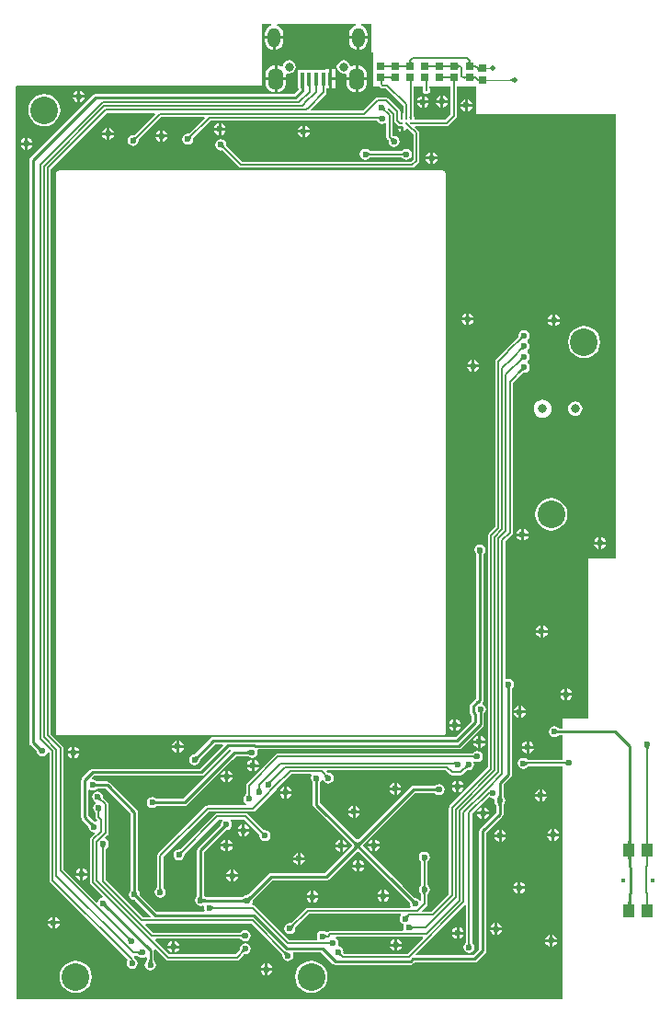
<source format=gbl>
%FSTAX34Y34*%
%MOMM*%
%SFA1B1*%

%IPPOS*%
%ADD10C,0.100000*%
%ADD13C,0.299999*%
%ADD25R,0.799998X0.749999*%
%ADD38C,0.253999*%
%ADD39C,0.150000*%
%ADD43C,0.799998*%
%ADD44C,0.374999*%
%ADD45O,1.149998X1.799996*%
%ADD46O,1.399997X1.999996*%
%ADD47C,2.539995*%
%ADD48C,0.599999*%
%ADD49C,0.507999*%
%ADD50R,0.999998X1.199998*%
%ADD51R,0.449999X1.299997*%
%LNblue_v05-1*%
%LPD*%
G36*
X1559125Y043718D02*
X1558958Y0436995D01*
X155881Y0436789*
X1558679Y0436563*
X1558567Y0436317*
X1558472Y0436051*
X1558395Y0435764*
X1558336Y0435457*
X1558296Y0435129*
X1558272Y0434782*
X1558267Y0434414*
X1555297Y0437384*
X1555665Y0437389*
X155634Y0437453*
X1556647Y0437512*
X1556934Y0437589*
X1557201Y0437683*
X1557447Y0437796*
X1557673Y0437926*
X1557878Y0438075*
X1558064Y0438241*
X1559125Y043718*
G37*
G36*
X1308706Y1153345D02*
X130854Y115316D01*
X1308391Y1152954*
X1308261Y1152728*
X1308148Y1152482*
X1308054Y1152216*
X1307977Y1151929*
X1307918Y1151622*
X1307877Y1151294*
X1307854Y1150947*
X1307849Y1150579*
X1304879Y1153549*
X1305247Y1153554*
X1305922Y1153618*
X1306229Y1153677*
X1306516Y1153754*
X1306782Y1153848*
X1307028Y1153961*
X1307254Y1154091*
X130746Y115424*
X1307645Y1154406*
X1308706Y1153345*
G37*
G36*
X1542495Y1153502D02*
X1542701Y1153354D01*
X1542926Y1153223*
X1543173Y115311*
X1543439Y1153015*
X1543726Y1152937*
X1544034Y1152876*
X1544362Y1152834*
X154471Y1152809*
X1545079Y1152801*
X1542089Y1149851*
X1542087Y1150218*
X1542066Y1150565*
X1542026Y1150892*
X1541969Y1151198*
X1541893Y1151485*
X15418Y1151751*
X1541688Y1151997*
X1541557Y1152223*
X1541409Y1152429*
X1541242Y1152615*
X154231Y1153668*
X1542495Y1153502*
G37*
G36*
X1613686Y0573142D02*
X1613318Y0573137D01*
X1612643Y0573073*
X1612336Y0573014*
X1612049Y0572937*
X1611783Y0572843*
X1611536Y057273*
X1611311Y05726*
X1611105Y0572451*
X161092Y0572285*
X1609859Y0573346*
X1610025Y0573532*
X1610174Y0573737*
X1610304Y0573963*
X1610417Y0574209*
X1610511Y0574475*
X1610588Y0574762*
X1610647Y0575069*
X1610688Y0575396*
X1610711Y0575744*
X1610716Y0576112*
X1613686Y0573142*
G37*
G36*
X1481952Y0567647D02*
X1482158Y0567498D01*
X1482383Y0567368*
X148263Y0567255*
X1482896Y0567161*
X1483183Y0567084*
X148349Y0567025*
X1483818Y0566984*
X1484165Y0566961*
X1484533Y0566956*
X1481563Y0563986*
X1481558Y0564354*
X1481494Y0565029*
X1481435Y0565336*
X1481358Y0565623*
X1481264Y0565889*
X1481151Y0566136*
X1481021Y0566361*
X1480872Y0566567*
X1480706Y0566752*
X1481767Y0567813*
X1481952Y0567647*
G37*
G36*
X1390834Y0518102D02*
X1390602Y0518093D01*
X1390371Y0518062*
X1390142Y0518009*
X1389914Y0517933*
X1389686Y0517835*
X138946Y0517714*
X1389235Y0517572*
X1389011Y0517406*
X1388789Y0517219*
X1388567Y0517009*
X1386771Y0518805*
X1386981Y0519027*
X1387168Y0519249*
X1387334Y0519473*
X1387476Y0519698*
X1387597Y0519924*
X1387695Y0520152*
X1387771Y052038*
X1387824Y0520609*
X1387856Y052084*
X1387864Y0521072*
X1390834Y0518102*
G37*
G36*
X1359056Y1154595D02*
X135889Y115441D01*
X1358741Y1154204*
X1358611Y1153978*
X1358498Y1153732*
X1358404Y1153466*
X1358327Y1153179*
X1358268Y1152872*
X1358227Y1152544*
X1358204Y1152197*
X1358199Y1151829*
X1355229Y1154799*
X1355598Y1154804*
X1356272Y1154868*
X1356579Y1154927*
X1356866Y1155004*
X1357132Y1155098*
X1357378Y1155211*
X1357604Y1155341*
X135781Y115549*
X1357995Y1155656*
X1359056Y1154595*
G37*
G36*
X1377673Y0446328D02*
X1378196Y0445895D01*
X1378455Y044572*
X1378712Y0445572*
X1378967Y044545*
X1379221Y0445355*
X1379474Y0445288*
X1379723Y0445247*
X1379972Y0445234*
Y0443734*
X1379723Y0443721*
X1379474Y044368*
X1379221Y0443613*
X1378967Y0443518*
X1378712Y0443396*
X1378455Y0443248*
X1378196Y0443073*
X1377935Y044287*
X1377673Y044264*
X1377409Y0442384*
Y0446584*
X1377673Y0446328*
G37*
G36*
X1562792Y0452267D02*
X1563014Y0452079D01*
X1563238Y0451915*
X1563463Y0451772*
X1563689Y0451651*
X1563917Y0451553*
X1564145Y0451477*
X1564374Y0451424*
X1564605Y0451393*
X1564837Y0451384*
X1561867Y0448414*
X1561858Y0448646*
X1561827Y0448877*
X1561774Y0449106*
X1561698Y0449335*
X15616Y0449562*
X1561479Y0449788*
X1561338Y0450013*
X1561171Y0450237*
X1560984Y0450459*
X1560774Y0450681*
X156257Y0452477*
X1562792Y0452267*
G37*
G36*
X136948Y0453326D02*
X1369665Y0453185D01*
X1369865Y0453061*
X137008Y0452953*
X137031Y0452862*
X1370555Y0452787*
X1370815Y0452729*
X137109Y0452687*
X137138Y0452662*
X1371685Y0452654*
Y0450114*
X137138Y0450106*
X137109Y0450081*
X1370815Y0450039*
X1370555Y0449981*
X137031Y0449906*
X137008Y0449815*
X1369865Y0449707*
X1369665Y0449583*
X136948Y0449442*
X1369309Y0449284*
Y0453484*
X136948Y0453326*
G37*
G36*
X1407842Y0449284D02*
X1407671Y0449442D01*
X1407486Y0449583*
X1407287Y0449707*
X1407071Y0449815*
X1406841Y0449906*
X1406596Y0449981*
X1406336Y0450039*
X1406061Y0450081*
X1405771Y0450106*
X1405466Y0450114*
Y0452654*
X1405771Y0452662*
X1406061Y0452687*
X1406336Y0452729*
X1406596Y0452787*
X1406841Y0452862*
X1407071Y0452953*
X1407287Y0453061*
X1407486Y0453185*
X1407671Y0453326*
X1407842Y0453484*
Y0449284*
G37*
G36*
X1388664Y114626D02*
X1388754Y1145577D01*
X1388824Y1145267*
X1388908Y1144979*
X1389009Y1144712*
X1389126Y1144465*
X1389258Y114424*
X1389407Y1144037*
X1389571Y1143854*
X138856Y1142743*
X1388372Y1142912*
X1388165Y114306*
X1387938Y1143188*
X1387692Y1143297*
X1387427Y1143386*
X1387143Y1143455*
X138684Y1143503*
X1386516Y1143532*
X1386173Y1143541*
X1385811Y1143531*
X1388642Y1146633*
X1388664Y114626*
G37*
G36*
X1280276Y0448522D02*
X1280307Y0448291D01*
X128036Y0448062*
X1280436Y0447834*
X1280534Y0447606*
X1280655Y044738*
X1280797Y0447155*
X1280962Y0446931*
X128115Y0446709*
X128136Y0446487*
X1279564Y0444691*
X1279342Y0444901*
X1279119Y0445088*
X1278896Y0445254*
X1278671Y0445396*
X1278445Y0445517*
X1278218Y0445615*
X1277989Y0445691*
X127776Y0445744*
X1277529Y0445775*
X1277297Y0445784*
X1280267Y0448754*
X1280276Y0448522*
G37*
G36*
X1763282Y044961D02*
X176332Y0449173D01*
X1763383Y0448788*
X1763472Y0448453*
X1763586Y0448171*
X1763726Y0447939*
X1763891Y0447759*
X1764082Y0447631*
X1764298Y0447554*
X1764539Y0447528*
X1759459*
X17597Y0447554*
X1759916Y0447631*
X1760107Y0447759*
X1760272Y0447939*
X1760411Y0448171*
X1760526Y0448453*
X1760615Y0448788*
X1760678Y0449173*
X1760716Y044961*
X1760729Y0450098*
X1763269*
X1763282Y044961*
G37*
G36*
X1779226Y0448768D02*
X1779249Y0448507D01*
X1779287Y0448278*
X1779339Y0448079*
X1779407Y0447911*
X1779489Y0447773*
X1779587Y0447666*
X1779699Y0447589*
X1779827Y0447543*
X1779969Y0447528*
X1776969*
X1777111Y0447543*
X1777239Y0447589*
X1777351Y0447666*
X1777449Y0447773*
X1777532Y0447911*
X1777599Y0448079*
X1777651Y0448278*
X1777689Y0448507*
X1777712Y0448768*
X1777719Y0449058*
X1779219*
X1779226Y0448768*
G37*
G36*
X1531572Y1169462D02*
X1531396Y1169747D01*
X1531211Y1170002*
X1531016Y1170227*
X1530811Y1170421*
X1530596Y1170586*
X1530372Y1170721*
X1530138Y1170826*
X1529894Y1170901*
X1529641Y1170946*
X1529378Y1170961*
X1529788Y1172461*
X1530009Y1172472*
X1530245Y1172504*
X1530495Y1172557*
X1530759Y1172631*
X1531037Y1172727*
X1531636Y1172982*
X1531956Y1173141*
X153264Y1173524*
X1531572Y1169462*
G37*
G36*
X1561534Y1167792D02*
X1561609Y1167741D01*
X1561695Y1167696*
X1561792Y1167657*
X1561899Y1167624*
X1562017Y1167597*
X1562146Y1167576*
X1562286Y1167561*
X1562598Y1167549*
Y1166049*
X1562437Y1166046*
X1562146Y1166022*
X1562017Y1166001*
X1561899Y1165974*
X1561792Y1165941*
X1561695Y1165902*
X1561609Y1165857*
X1561534Y1165806*
X156147Y1165749*
Y1167849*
X1561534Y1167792*
G37*
G36*
X1557881Y1166515D02*
X1557889Y1166424D01*
X155791Y116633*
X1557944Y1166233*
X1557991Y1166133*
X1558051Y1166029*
X1558123Y1165922*
X1558209Y1165812*
X1558307Y1165699*
X1558419Y1165583*
X1557208Y1164672*
X1557091Y1164786*
X1556767Y1165059*
X1556668Y1165128*
X1556572Y1165186*
X1556481Y1165233*
X1556394Y1165269*
X1556311Y1165294*
X1556232Y1165308*
X1557886Y1166602*
X1557881Y1166515*
G37*
G36*
X1553152Y1172837D02*
X1553176Y1172546D01*
X1553197Y1172417*
X1553224Y1172299*
X1553257Y1172192*
X1553296Y1172095*
X1553341Y1172009*
X1553392Y1171934*
X1553449Y117187*
X1551349*
X1551406Y1171934*
X1551457Y1172009*
X1551502Y1172095*
X1551541Y1172192*
X1551574Y1172299*
X1551601Y1172417*
X1551622Y1172546*
X1551637Y1172686*
X1551649Y1172998*
X1553149*
X1553152Y1172837*
G37*
G36*
X1536796Y1180668D02*
X1536884Y1179986D01*
X1536952Y1179677*
X1537037Y1179388*
X1537137Y1179121*
X1537253Y1178875*
X1537385Y117865*
X1537533Y1178446*
X1537698Y1178263*
X1536682Y1177157*
X1536494Y1177326*
X1536287Y1177474*
X1536061Y1177603*
X1535815Y1177711*
X1535549Y1177801*
X1535265Y117787*
X153496Y117792*
X1534637Y1177951*
X1534294Y1177961*
X1533931Y1177952*
X1536776Y1181041*
X1536796Y1180668*
G37*
G36*
X1561152Y1172837D02*
X1561176Y1172546D01*
X1561197Y1172417*
X1561224Y1172299*
X1561257Y1172192*
X1561296Y1172095*
X1561341Y1172009*
X1561392Y1171934*
X1561449Y117187*
X1559349*
X1559406Y1171934*
X1559457Y1172009*
X1559502Y1172095*
X1559541Y1172192*
X1559574Y1172299*
X1559601Y1172417*
X1559622Y1172546*
X1559637Y1172686*
X1559649Y1172998*
X1561149*
X1561152Y1172837*
G37*
G36*
X1557152D02*
X1557176Y1172546D01*
X1557197Y1172417*
X1557224Y1172299*
X1557257Y1172192*
X1557296Y1172095*
X1557341Y1172009*
X1557392Y1171934*
X1557449Y117187*
X1555349*
X1555406Y1171934*
X1555457Y1172009*
X1555502Y1172095*
X1555541Y1172192*
X1555574Y1172299*
X1555601Y1172417*
X1555623Y1172546*
X1555637Y1172686*
X1555649Y1172998*
X1557149*
X1557152Y1172837*
G37*
G36*
X1481463Y0420197D02*
X1481998Y0419771D01*
X1482262Y0419598*
X1482522Y0419452*
X148278Y0419333*
X1483036Y041924*
X1483288Y0419173*
X1483538Y0419133*
X1483785Y041912*
X1483821Y041762*
X1483571Y0417606*
X148332Y0417565*
X1483068Y0417497*
X1482816Y0417401*
X1482563Y0417278*
X148231Y0417127*
X1482056Y0416949*
X1481802Y0416743*
X1481546Y041651*
X1481291Y041625*
X1481191Y0420449*
X1481463Y0420197*
G37*
G36*
X1266929Y052293D02*
X1267151Y0522742D01*
X1267375Y0522577*
X1267599Y0522433*
X1267825Y0522311*
X1268053Y0522212*
X1268281Y0522134*
X126851Y0522079*
X1268741Y0522045*
X1268972Y0522034*
X1265967Y05191*
X1265961Y0519332*
X1265932Y0519562*
X1265881Y0519792*
X1265807Y0520021*
X126571Y0520248*
X1265591Y0520474*
X1265449Y05207*
X1265284Y0520923*
X1265097Y0521146*
X1264888Y0521367*
X1266707Y052314*
X1266929Y052293*
G37*
G36*
X1561273Y0428027D02*
X1561796Y0427596D01*
X1562055Y042742*
X1562312Y0427271*
X1562567Y042715*
X1562821Y0427056*
X1563073Y0426988*
X1563323Y0426948*
X1563572Y0426934*
Y0425434*
X1563323Y042542*
X1563073Y042538*
X1562821Y0425312*
X1562567Y0425218*
X1562312Y0425097*
X1562055Y0424948*
X1561796Y0424772*
X1561535Y042457*
X1561273Y0424341*
X1561009Y0424084*
Y0428284*
X1561273Y0428027*
G37*
G36*
X1453024Y042808D02*
X1452858Y0427895D01*
X1452709Y0427689*
X1452579Y0427463*
X1452466Y0427217*
X1452372Y0426951*
X1452295Y0426664*
X1452236Y0426357*
X1452195Y042603*
X1452172Y0425682*
X1452167Y0425314*
X1449197Y0428284*
X1449565Y0428289*
X145024Y0428353*
X1450547Y0428412*
X1450834Y0428489*
X14511Y0428583*
X1451347Y0428696*
X1451572Y0428826*
X1451778Y0428975*
X1451963Y0429141*
X1453024Y042808*
G37*
G36*
X154841Y0460126D02*
D01*
X1559588Y0448948*
X1559653Y044886*
X1559716Y044876*
X1559761Y0448677*
X1559791Y0448608*
X1559805Y0448564*
X1559769Y0448384*
X1560157Y0446433*
X1560541Y0445858*
X1559863Y0444588*
X1465667*
X1464594Y0444374*
X1463684Y0443767*
X1450452Y0430534*
X1450411Y043051*
X1450333Y0430475*
X1450228Y0430437*
X1450091Y0430401*
X1449951Y0430374*
X1449454Y0430327*
X1449445*
X1449167Y0430382*
X1447216Y0429994*
X1445562Y0428889*
X1444457Y0427235*
X1444069Y0425284*
X1444457Y0423333*
X1445562Y0421679*
X1447216Y0420574*
X1449167Y0420186*
X1451118Y0420574*
X1452772Y0421679*
X1453877Y0423333*
X1454265Y0425284*
X145421Y0425562*
Y04256*
X1454226Y0425835*
X1454251Y0426038*
X1454284Y0426208*
X145432Y0426345*
X1454358Y0426451*
X1454393Y0426528*
X1454417Y0426569*
X1466828Y043898*
X1551034*
X1551477Y043771*
X1550557Y0436335*
X1550169Y0434384*
X1550557Y0432433*
X1551663Y0430779*
X1553317Y0429674*
X1553845Y0429569*
X1554331Y0428395*
X1554157Y0428135*
X1553769Y0426184*
X1554104Y0424499*
X1553417Y0423229*
X1486257*
X1485184Y0423015*
X1484274Y0422408*
X1483953Y0422086*
X1482704Y0421904*
X148105Y0423009*
X1479099Y0423397*
X1477148Y0423009*
X1475494Y0421904*
X1474389Y042025*
X1474001Y0418299*
X1474389Y0416348*
X1474616Y0416008*
X1474018Y0414888*
X1448346*
X1416767Y0446467*
X1415857Y0447074*
X1414784Y0447288*
X1414109Y0448558*
X1414694Y0449433*
X1415082Y0451384*
X1415046Y0451564*
X141506Y0451608*
X141509Y0451677*
X1415135Y0451761*
X1415198Y045186*
X1415263Y0451948*
X1433065Y046975*
X1482667*
X1483943Y0470004*
X1485024Y0470727*
X151057Y0496272*
X1512264*
X154841Y0460126*
G37*
G36*
X1406028Y0416629D02*
X1405753Y041688D01*
X1405212Y0417302*
X1404947Y0417474*
X1404685Y0417619*
X1404426Y0417738*
X140417Y041783*
X1403917Y0417896*
X1403668Y0417936*
X1403422Y0417949*
X140337Y0419449*
X1403621Y0419463*
X1403872Y0419504*
X1404124Y0419573*
X1404375Y0419669*
X1404627Y0419793*
X1404879Y0419945*
X1405131Y0420124*
X1405383Y042033*
X1405636Y0420565*
X1405888Y0420826*
X1406028Y0416629*
G37*
G36*
X1432959Y0560737D02*
X1432792Y0560552D01*
X1432644Y0560346*
X1432514Y056012*
X1432401Y0559874*
X1432306Y0559607*
X143223Y0559321*
X1432171Y0559014*
X143213Y0558686*
X1432107Y0558339*
X1432102Y0557971*
X1429131Y056094*
X1429499Y0560945*
X1430174Y0561009*
X1430481Y0561068*
X1430768Y0561145*
X1431036Y056124*
X1431281Y0561352*
X1431507Y0561483*
X1431712Y0561631*
X1431898Y0561797*
X1432959Y0560737*
G37*
G36*
X1475784Y0561564D02*
X1475643Y0561379D01*
X1475519Y0561179*
X1475411Y0560964*
X1475319Y0560734*
X1475245Y0560489*
X1475187Y0560229*
X1475145Y0559954*
X147512Y0559664*
X1475112Y0559359*
X1472572*
X1472565Y0559664*
X1472539Y0559954*
X1472497Y0560229*
X1472439Y0560489*
X1472365Y0560734*
X1472273Y0560964*
X1472165Y0561179*
X1472041Y0561379*
X14719Y0561564*
X1471742Y0561735*
X1475942*
X1475784Y0561564*
G37*
G36*
X1600815Y0575074D02*
X1600655Y0575361D01*
X1600483Y0575618*
X1600299Y0575844*
X1600104Y057604*
X1599898Y0576207*
X1599679Y0576342*
X1599449Y0576448*
X1599208Y0576524*
X1598954Y0576569*
X1598689Y0576584*
X1599177Y0578084*
X1599391Y0578094*
X1599622Y0578124*
X1599869Y0578174*
X1600133Y0578244*
X1600711Y0578444*
X1601025Y0578573*
X1602067Y0579083*
X1600815Y0575074*
G37*
G36*
X1515009Y050363D02*
X1514686Y0503271D01*
X1514434Y0502912*
X1514255Y0502552*
X1514147Y0502193*
X1514111Y0501834*
X1514147Y0501475*
X1514255Y0501116*
X1514434Y0500756*
X1514686Y0500397*
X1515009Y0500038*
X1513213Y0498242*
X1512854Y0498565*
X1512495Y0498817*
X1512135Y0498996*
X1511776Y0499104*
X1511417Y049914*
X1511058Y0499104*
X1510699Y0498996*
X1510339Y0498817*
X150998Y0498565*
X1509621Y0498242*
X1507825Y0500038*
X1508148Y0500397*
X15084Y0500756*
X1508579Y0501116*
X1508687Y0501475*
X1508723Y0501834*
X1508687Y0502193*
X1508579Y0502552*
X15084Y0502912*
X1508148Y0503271*
X1507825Y050363*
X1509621Y0505426*
X150998Y0505103*
X1510339Y0504851*
X1510699Y0504672*
X1511058Y0504564*
X1511417Y0504528*
X1511776Y0504564*
X1512135Y0504672*
X1512495Y0504851*
X1512854Y0505103*
X1513213Y0505426*
X1515009Y050363*
G37*
G36*
X1779226Y0504768D02*
X1779249Y0504508D01*
X1779287Y0504278*
X1779339Y0504079*
X1779407Y0503911*
X1779489Y0503773*
X1779587Y0503666*
X1779699Y0503589*
X1779827Y0503543*
X1779969Y0503528*
X1776969*
X1777111Y0503543*
X1777239Y0503589*
X1777351Y0503666*
X1777449Y0503773*
X1777532Y0503911*
X1777599Y0504079*
X1777651Y0504278*
X1777689Y0504508*
X1777712Y0504768*
X1777719Y0505059*
X1779219*
X1779226Y0504768*
G37*
G36*
X1763282Y050561D02*
X176332Y0505173D01*
X1763383Y0504788*
X1763472Y0504453*
X1763586Y0504171*
X1763726Y0503939*
X1763891Y0503759*
X1764082Y0503631*
X1764298Y0503555*
X1764539Y0503528*
X1759459*
X17597Y0503555*
X1759916Y0503631*
X1760107Y0503759*
X1760272Y0503939*
X1760411Y0504171*
X1760526Y0504453*
X1760615Y0504788*
X1760678Y0505173*
X1760716Y050561*
X1760729Y0506099*
X1763269*
X1763282Y050561*
G37*
G36*
X1780306Y0592332D02*
X1779874Y0591809D01*
X1779698Y0591551*
X1779549Y0591293*
X1779428Y0591038*
X1779334Y0590784*
X1779266Y0590532*
X1779226Y0590282*
X1779212Y0590033*
X1777712*
X1777698Y0590282*
X1777658Y0590532*
X1777591Y0590784*
X1777496Y0591038*
X1777374Y0591293*
X1777226Y0591551*
X1777051Y0591809*
X1776848Y059207*
X1776619Y0592332*
X1776362Y0592596*
X1780562*
X1780306Y0592332*
G37*
G36*
X157383Y0465717D02*
X1573871Y0465451D01*
X1573939Y0465184*
X1574033Y0464918*
X1574154Y0464653*
X1574303Y0464387*
X1574479Y0464121*
X1574681Y0463856*
X157491Y0463591*
X1575167Y0463326*
X1570967*
X1571224Y0463591*
X1571453Y0463856*
X1571655Y0464121*
X1571831Y0464387*
X1571979Y0464653*
X1572101Y0464918*
X1572196Y0465184*
X1572263Y0465451*
X1572304Y0465717*
X1572317Y0465984*
X1573817*
X157383Y0465717*
G37*
G36*
X1665037Y0938884D02*
X1664669Y0938879D01*
X1663994Y0938815*
X1663687Y0938756*
X16634Y0938679*
X1663134Y0938585*
X1662887Y0938472*
X1662662Y0938342*
X1662456Y0938193*
X1662271Y0938027*
X166121Y0939088*
X1661376Y0939273*
X1661525Y0939479*
X1661655Y0939705*
X1661768Y0939951*
X1661862Y0940217*
X1661939Y0940504*
X1661998Y0940811*
X1662039Y0941139*
X1662062Y0941486*
X1662067Y0941854*
X1665037Y0938884*
G37*
G36*
X1218384Y0592561D02*
X1218608Y0592379D01*
X1218832Y0592224*
X1219055Y0592098*
X1219277Y0592001*
X1219498Y0591931*
X1219719Y059189*
X1219939Y0591877*
X1220158Y0591892*
X1220377Y0591936*
X1218228Y0588327*
X1218169Y0588535*
X1218093Y0588745*
X1218Y0588955*
X121789Y0589167*
X1217764Y058938*
X121762Y0589595*
X1217281Y0590027*
X1217086Y0590246*
X1216874Y0590466*
X121816Y0592772*
X1218384Y0592561*
G37*
G36*
X1626309Y0771571D02*
X1626168Y0771386D01*
X1626044Y0771186*
X1625936Y0770971*
X1625844Y0770741*
X162577Y0770496*
X1625712Y0770236*
X162567Y0769961*
X1625645Y0769671*
X1625637Y0769366*
X1623097*
X1623089Y0769671*
X1623064Y0769961*
X1623022Y0770236*
X1622964Y0770496*
X1622889Y0770741*
X1622798Y0770971*
X162269Y0771186*
X1622566Y0771386*
X1622425Y0771571*
X1622267Y0771742*
X1626467*
X1626309Y0771571*
G37*
G36*
X1695347Y0608368D02*
X1695524Y0608219D01*
X1695717Y0608087*
X1695926Y0607973*
X169615Y0607876*
X1696392Y0607797*
X1696649Y0607736*
X1696922Y0607692*
X1697212Y0607666*
X1697517Y0607657*
X1697348Y0605117*
X1697044Y0605109*
X1696753Y0605086*
X1696477Y0605047*
X1696215Y0604993*
X1695966Y0604923*
X1695732Y0604838*
X1695512Y0604737*
X1695305Y0604621*
X1695113Y0604489*
X1694935Y0604342*
X1695187Y0608535*
X1695347Y0608368*
G37*
G36*
X1350924Y049598D02*
X1350758Y0495795D01*
X1350609Y0495589*
X1350479Y0495363*
X1350366Y0495117*
X1350272Y0494851*
X1350195Y0494564*
X1350137Y0494257*
X1350095Y049393*
X1350072Y0493582*
X1350067Y0493214*
X1347097Y0496184*
X1347465Y0496189*
X134814Y0496253*
X1348447Y0496312*
X1348734Y0496389*
X1349Y0496483*
X1349246Y0496596*
X1349472Y0496726*
X1349678Y0496875*
X1349863Y0497041*
X1350924Y049598*
G37*
G36*
X1279294Y0500973D02*
X1279033Y050072D01*
X1278799Y0500468*
X1278592Y0500216*
X1278413Y0499964*
X1278261Y0499712*
X1278137Y049946*
X1278041Y0499209*
X1277972Y0498957*
X1277931Y0498706*
X1277917Y0498455*
X1276417Y0498507*
X1276404Y0498753*
X1276364Y0499002*
X1276298Y0499255*
X1276206Y0499511*
X1276087Y049977*
X1275942Y0500032*
X127577Y0500297*
X1275572Y0500566*
X1275348Y0500838*
X1275097Y0501113*
X1279294Y0500973*
G37*
G36*
X1779827Y0491635D02*
X1779699Y0491589D01*
X1779587Y0491512*
X1779489Y0491405*
X1779407Y0491267*
X1779339Y0491099*
X1779287Y04909*
X1779249Y0490671*
X1779226Y049041*
X1779219Y049012*
X1777719*
X1777712Y049041*
X1777689Y0490671*
X1777651Y04909*
X1777599Y0491099*
X1777532Y0491267*
X1777449Y0491405*
X1777351Y0491512*
X1777239Y0491589*
X1777111Y0491635*
X1776969Y049165*
X1779969*
X1779827Y0491635*
G37*
G36*
X157491Y0488776D02*
X1574479Y0488253D01*
X1574303Y0487994*
X1574154Y0487737*
X1574033Y0487482*
X1573939Y0487228*
X1573871Y0486976*
X157383Y0486726*
X1573817Y0486477*
X1572317*
X1572304Y0486726*
X1572263Y0486976*
X1572196Y0487228*
X1572101Y0487482*
X1571979Y0487737*
X1571831Y0487994*
X1571655Y0488253*
X1571453Y0488514*
X1571224Y0488776*
X1570967Y048904*
X1575167*
X157491Y0488776*
G37*
G36*
X1652509Y0647971D02*
X1652368Y0647786D01*
X1652244Y0647586*
X1652136Y0647371*
X1652044Y0647141*
X165197Y0646896*
X1651912Y0646636*
X165187Y0646361*
X1651845Y0646071*
X1651837Y0645766*
X1649297*
X1649289Y0646071*
X1649264Y0646361*
X1649222Y0646636*
X1649164Y0646896*
X164909Y0647141*
X1648998Y0647371*
X164889Y0647586*
X1648766Y0647786*
X1648625Y0647971*
X1648467Y0648142*
X1652667*
X1652509Y0647971*
G37*
G36*
X1764298Y0491624D02*
X1764082Y0491547D01*
X1763891Y0491419*
X1763726Y0491239*
X1763586Y0491007*
X1763472Y0490725*
X1763383Y049039*
X176332Y0490005*
X1763282Y0489568*
X1763269Y048908*
X1760729*
X1760716Y0489568*
X1760678Y0490005*
X1760615Y049039*
X1760526Y0490725*
X1760411Y0491007*
X1760272Y0491239*
X1760107Y0491419*
X1759916Y0491547*
X17597Y0491624*
X1759459Y049165*
X1764539*
X1764298Y0491624*
G37*
G36*
X1368445Y0455597D02*
X136847Y0455307D01*
X1368512Y0455032*
X136857Y0454772*
X1368644Y0454527*
X1368736Y0454297*
X1368844Y0454082*
X1368968Y0453882*
X1369109Y0453697*
X1369267Y0453526*
X1365067*
X1365225Y0453697*
X1365366Y0453882*
X136549Y0454082*
X1365598Y0454297*
X1365689Y0454527*
X1365764Y0454772*
X1365822Y0455032*
X1365864Y0455307*
X1365889Y0455597*
X1365897Y0455902*
X1368437*
X1368445Y0455597*
G37*
G36*
X1365468Y0583081D02*
X1365259Y0582859D01*
X1365072Y0582636*
X1364908Y0582412*
X1364767Y0582187*
X1364649Y0581961*
X1364553Y0581734*
X1364481Y0581505*
X1364432Y0581275*
X1364405Y0581045*
X1364401Y0580813*
X1361362Y0583712*
X1361594Y0583726*
X1361824Y0583762*
X1362053Y0583819*
X1362281Y0583898*
X1362508Y0583999*
X1362734Y0584122*
X1362958Y0584267*
X1363182Y0584433*
X1363404Y0584621*
X1363626Y0584831*
X1365468Y0583081*
G37*
G36*
X157491Y0458778D02*
X1574479Y0458255D01*
X1574303Y0457997*
X1574154Y0457739*
X1574033Y0457484*
X1573939Y045723*
X1573871Y0456978*
X157383Y0456728*
X1573817Y0456479*
X1572317*
X1572304Y0456728*
X1572263Y0456978*
X1572196Y045723*
X1572101Y0457484*
X1571979Y0457739*
X1571831Y0457997*
X1571655Y0458255*
X1571453Y0458516*
X1571224Y0458778*
X1570967Y0459042*
X1575167*
X157491Y0458778*
G37*
G36*
X1309066Y0456327D02*
X1309097Y0456096D01*
X1309151Y0455866*
X1309226Y0455638*
X1309324Y0455411*
X1309444Y0455185*
X1309587Y045496*
X1309752Y0454736*
X130994Y0454513*
X1310149Y0454292*
X1308351Y0452498*
X1308129Y0452708*
X1307907Y0452895*
X1307683Y045306*
X1307458Y0453203*
X1307232Y0453324*
X1307005Y0453422*
X1306776Y0453498*
X1306547Y0453552*
X1306316Y0453583*
X1306085Y0453592*
X1309058Y0456558*
X1309066Y0456327*
G37*
G36*
X1666718Y0579414D02*
X1667262Y0578993D01*
X1667528Y0578822*
X1667792Y0578678*
X1668051Y0578559*
X1668307Y0578467*
X166856Y0578402*
X1668809Y0578362*
X1669055Y0578349*
X1669116Y0576849*
X1668864Y0576835*
X1668613Y0576794*
X1668362Y0576725*
X1668111Y0576628*
X166786Y0576504*
X1667609Y0576352*
X1667358Y0576172*
X1667107Y0575964*
X1666857Y057573*
X1666606Y0575467*
X1666441Y0579664*
X1666718Y0579414*
G37*
G36*
X1704473Y0575499D02*
X1704209Y0575755D01*
X1703686Y0576188*
X1703427Y0576363*
X170317Y0576511*
X1702915Y0576633*
X1702661Y0576728*
X1702409Y0576795*
X1702159Y0576836*
X170191Y0576849*
Y0578349*
X1702159Y0578362*
X1702409Y0578403*
X1702661Y057847*
X1702915Y0578565*
X170317Y0578687*
X1703427Y0578835*
X1703686Y057901*
X1703947Y0579213*
X1704209Y0579443*
X1704473Y0579699*
Y0575499*
G37*
G36*
X1414077Y0453681D02*
X1413867Y0453459D01*
X141368Y0453236*
X1413514Y0453013*
X1413372Y0452788*
X1413251Y0452562*
X1413153Y0452335*
X1413077Y0452106*
X1413024Y0451877*
X1412993Y0451646*
X1412984Y0451414*
X1410014Y0454384*
X1410246Y0454393*
X1410476Y0454424*
X1410706Y0454477*
X1410935Y0454553*
X1411162Y0454651*
X1411388Y0454772*
X1411613Y0454914*
X1411836Y0455079*
X1412059Y0455267*
X1412281Y0455477*
X1414077Y0453681*
G37*
G36*
X1619768Y0581613D02*
X1619515Y0581875D01*
X1619262Y0582109*
X1619009Y0582315*
X1618757Y0582494*
X1618505Y0582645*
X1618253Y0582769*
X1618001Y0582865*
X161775Y0582934*
X1617499Y0582975*
X1617248Y0582989*
X1617296Y0584489*
X1617542Y0584502*
X1617792Y0584542*
X1618044Y0584608*
X16183Y0584701*
X1618558Y058482*
X161882Y0584965*
X1619085Y0585137*
X1619353Y0585335*
X1619624Y058556*
X1619899Y0585811*
X1619768Y0581613*
G37*
G36*
X1307246Y0460845D02*
X1307271Y0460556D01*
X1307314Y0460282*
X1307374Y0460023*
X1307451Y045978*
X1307545Y0459552*
X1307656Y045934*
X1307784Y0459144*
X130793Y0458963*
X1308092Y0458797*
X1303894Y045867*
X1304047Y0458844*
X1304183Y0459033*
X1304304Y0459237*
X1304408Y0459454*
X1304496Y0459687*
X1304569Y0459934*
X1304625Y0460195*
X1304665Y0460471*
X1304689Y0460761*
X1304697Y0461066*
X1307237Y0461151*
X1307246Y0460845*
G37*
G36*
X1664937Y0948684D02*
X1664569Y0948679D01*
X1663894Y0948615*
X1663587Y0948556*
X16633Y0948479*
X1663034Y0948385*
X1662788Y0948272*
X1662562Y0948142*
X1662356Y0947993*
X1662171Y0947827*
X166111Y0948888*
X1661276Y0949073*
X1661425Y0949279*
X1661555Y0949504*
X1661668Y0949751*
X1661762Y0950017*
X1661839Y0950304*
X1661898Y0950611*
X1661939Y0950938*
X1661962Y0951286*
X1661967Y0951654*
X1664937Y0948684*
G37*
G36*
X133053Y046324D02*
X1330571Y046299D01*
X1330638Y0462738*
X1330733Y0462484*
X1330855Y0462229*
X1331003Y0461972*
X1331179Y0461713*
X1331381Y0461452*
X133161Y046119*
X1331867Y0460926*
X1327667*
X1327923Y046119*
X1328355Y0461713*
X1328531Y0461972*
X132868Y0462229*
X1328801Y0462484*
X1328895Y0462738*
X1328963Y046299*
X1329004Y046324*
X1329017Y0463489*
X1330517*
X133053Y046324*
G37*
G36*
X1664937Y0958384D02*
X1664569Y0958379D01*
X1663894Y0958315*
X1663587Y0958256*
X16633Y0958179*
X1663034Y0958085*
X1662788Y0957972*
X1662562Y0957842*
X1662356Y0957693*
X1662171Y0957527*
X166111Y0958588*
X1661276Y0958773*
X1661425Y0958979*
X1661555Y0959204*
X1661668Y0959451*
X1661762Y0959717*
X1661839Y0960004*
X1661898Y0960311*
X1661939Y0960638*
X1661962Y0960986*
X1661967Y0961354*
X1664937Y0958384*
G37*
G36*
X1423799Y0514449D02*
X1424004Y0514301D01*
X1424229Y051417*
X1424476Y0514056*
X1424742Y0513958*
X142503Y0513878*
X1425339Y0513814*
X1425667Y0513768*
X1426017Y0513738*
X1426388Y0513726*
X1423357Y0510817*
X1423359Y0511183*
X1423343Y0511528*
X1423307Y0511854*
X1423253Y0512159*
X142318Y0512445*
X1423088Y0512711*
X1422977Y0512957*
X1422847Y0513184*
X1422699Y051339*
X1422532Y0513577*
X1423615Y0514615*
X1423799Y0514449*
G37*
G36*
X1412246Y0585285D02*
X1412075Y0585443D01*
X141189Y0585584*
X141169Y0585708*
X1411475Y0585816*
X1411245Y0585908*
X1411Y0585982*
X141074Y058604*
X1410465Y0586082*
X1410175Y0586107*
X140987Y0586115*
Y0588655*
X1410175Y0588663*
X1410465Y0588688*
X141074Y058873*
X1411Y0588788*
X1411245Y0588862*
X1411475Y0588954*
X141169Y0589062*
X141189Y0589186*
X1412075Y0589327*
X1412246Y0589485*
Y0585285*
G37*
G36*
X1664937Y0968084D02*
X1664569Y0968079D01*
X1663894Y0968015*
X1663587Y0967956*
X16633Y0967879*
X1663034Y0967785*
X1662788Y0967672*
X1662562Y0967542*
X1662356Y0967393*
X1662171Y0967227*
X166111Y0968288*
X1661276Y0968473*
X1661425Y0968679*
X1661555Y0968904*
X1661668Y0969151*
X1661762Y0969417*
X1661839Y0969704*
X1661898Y0970011*
X1661939Y0970338*
X1661962Y0970686*
X1661967Y0971054*
X1664937Y0968084*
G37*
G36*
X1444688Y040429D02*
X1444894Y0404141D01*
X144512Y0404011*
X1445366Y0403898*
X1445632Y0403804*
X1445919Y0403727*
X1446226Y0403668*
X1446554Y0403627*
X1446901Y0403604*
X1447269Y0403599*
X1444299Y0400629*
X1444294Y0400997*
X144423Y0401672*
X1444171Y0401979*
X1444094Y0402266*
X1444Y0402532*
X1443887Y0402779*
X1443757Y0403004*
X1443609Y040321*
X1443442Y0403395*
X1444503Y0404456*
X1444688Y040429*
G37*
G36*
X1596376Y1207064D02*
X1596361Y1207206D01*
X1596315Y1207334*
X1596238Y1207447*
X1596131Y1207544*
X1595993Y1207626*
X1595825Y1207694*
X1595626Y1207746*
X1595396Y1207784*
X1595136Y1207806*
X1594845Y1207814*
Y1209314*
X1595136Y1209322*
X1595396Y1209344*
X1595626Y1209381*
X1595825Y1209434*
X1595993Y1209501*
X1596131Y1209584*
X1596238Y1209681*
X1596315Y1209794*
X1596361Y1209921*
X1596376Y1210064*
Y1207064*
G37*
G36*
X1590942Y1209921D02*
X1590987Y1209794D01*
X1591061Y1209681*
X1591166Y1209584*
X1591301Y1209501*
X1591466Y1209434*
X1591661Y1209381*
X1591887Y1209344*
X1592141Y1209322*
X1592427Y1209314*
Y1207814*
X1592141Y1207806*
X1591887Y1207784*
X1591661Y1207746*
X1591466Y1207694*
X1591301Y1207626*
X1591166Y1207544*
X1591061Y1207447*
X1590987Y1207334*
X1590942Y1207206*
X1590926Y1207064*
Y1210064*
X1590942Y1209921*
G37*
G36*
X1496404Y0403401D02*
X1496468Y0402726D01*
X1496527Y0402419*
X1496604Y0402132*
X1496698Y0401866*
X1496811Y0401619*
X1496941Y0401394*
X149709Y0401188*
X1497256Y0401003*
X1496195Y0399942*
X149601Y0400108*
X1495804Y0400257*
X1495579Y0400387*
X1495332Y04005*
X1495066Y0400594*
X1494779Y0400671*
X1494472Y040073*
X1494145Y0400771*
X1493797Y0400794*
X1493429Y0400799*
X1496399Y0403769*
X1496404Y0403401*
G37*
G36*
X1618572Y1220268D02*
X1618617Y1220141D01*
X1618691Y1220029*
X1618796Y1219931*
X1618931Y1219848*
X1619096Y1219781*
X1619291Y1219729*
X1619517Y1219691*
X1619771Y1219668*
X1620057Y1219661*
Y1218161*
X1619771Y1218154*
X1619517Y1218131*
X1619291Y1218093*
X1619096Y1218041*
X1618931Y1217973*
X1618796Y1217891*
X1618691Y1217793*
X1618617Y1217681*
X1618572Y1217553*
X1618556Y1217411*
Y1220411*
X1618572Y1220268*
G37*
G36*
X132468Y0543332D02*
X1324865Y0543191D01*
X1325065Y0543067*
X132528Y0542959*
X132551Y0542867*
X1325755Y0542793*
X1326015Y0542735*
X132629Y0542693*
X132658Y0542668*
X1326885Y054266*
Y054012*
X132658Y0540112*
X132629Y0540087*
X1326015Y0540045*
X1325755Y0539987*
X132551Y0539912*
X132528Y0539821*
X1325065Y0539713*
X1324865Y0539589*
X132468Y0539448*
X1324509Y053929*
Y054349*
X132468Y0543332*
G37*
G36*
X1321945Y0396097D02*
X132197Y0395807D01*
X1322012Y0395532*
X132207Y0395272*
X1322145Y0395027*
X1322236Y0394797*
X1322344Y0394582*
X1322468Y0394382*
X1322609Y0394197*
X1322767Y0394026*
X1318567*
X1318725Y0394197*
X1318866Y0394382*
X131899Y0394582*
X1319098Y0394797*
X131919Y0395027*
X1319264Y0395272*
X1319322Y0395532*
X1319364Y0395807*
X1319389Y0396097*
X1319397Y0396402*
X1321937*
X1321945Y0396097*
G37*
G36*
X1542625Y1207041D02*
X154261Y1207184D01*
X1542564Y1207311*
X1542487Y1207423*
X154238Y1207521*
X1542242Y1207604*
X1542074Y1207671*
X1541875Y1207724*
X1541645Y1207761*
X1541385Y1207784*
X1541094Y1207791*
Y1209291*
X1541385Y1209298*
X1541645Y1209321*
X1541875Y1209359*
X1542074Y1209411*
X1542242Y1209479*
X154238Y1209561*
X1542487Y1209659*
X1542564Y1209771*
X154261Y1209899*
X1542625Y1210041*
Y1207041*
G37*
G36*
X1561757Y1204828D02*
X1561629Y1204782D01*
X1561516Y1204705*
X1561419Y1204598*
X1561336Y120446*
X1561269Y1204292*
X1561216Y1204093*
X1561179Y1203864*
X1561157Y1203603*
X1561149Y1203313*
X1559649*
X1559641Y1203603*
X1559619Y1203864*
X1559582Y1204093*
X1559529Y1204292*
X1559461Y120446*
X1559379Y1204598*
X1559282Y1204705*
X1559169Y1204782*
X1559041Y1204828*
X1558899Y1204843*
X1561899*
X1561757Y1204828*
G37*
G36*
X1576215Y1204766D02*
X1576087Y120472D01*
X1575974Y1204643*
X1575877Y1204536*
X1575794Y1204398*
X1575727Y120423*
X1575675Y1204031*
X1575637Y1203801*
X1575615Y1203541*
X1575607Y120325*
X1574107*
X1574099Y1203541*
X1574077Y1203801*
X157404Y1204031*
X1573987Y120423*
X1573919Y1204398*
X1573837Y1204536*
X157374Y1204643*
X1573627Y120472*
X15735Y1204766*
X1573357Y1204781*
X1576357*
X1576215Y1204766*
G37*
G36*
X1601556Y1204747D02*
X1601429Y1204701D01*
X1601316Y1204624*
X1601219Y1204517*
X1601137Y1204379*
X1601069Y1204211*
X1601016Y1204012*
X1600979Y1203782*
X1600956Y1203522*
X1600949Y1203231*
X1599449*
X1599441Y1203522*
X1599419Y1203782*
X1599381Y1204012*
X1599329Y1204211*
X1599262Y1204379*
X1599179Y1204517*
X1599081Y1204624*
X1598969Y1204701*
X1598841Y1204747*
X1598699Y1204762*
X1601699*
X1601556Y1204747*
G37*
G36*
X1654358Y1204688D02*
X1654112Y1204931D01*
X1653637Y1205341*
X1653409Y1205508*
X1653186Y1205649*
X165297Y1205764*
X1652759Y1205854*
X1652554Y1205918*
X1652356Y1205956*
X1652163Y1205969*
X1652167Y1206969*
X1652359Y1206982*
X1652557Y120702*
X1652762Y1207084*
X1652974Y1207173*
X1653191Y1207288*
X1653415Y1207428*
X1653644Y1207594*
X1653881Y1207785*
X1654372Y1208244*
X1654358Y1204688*
G37*
G36*
X1537049Y1209899D02*
X1537094Y1209771D01*
X1537168Y1209659*
X1537273Y1209561*
X1537409Y1209479*
X1537573Y1209411*
X1537768Y1209359*
X1537994Y1209321*
X1538249Y1209298*
X1538534Y1209291*
Y1207791*
X1538249Y1207784*
X1537994Y1207761*
X1537768Y1207724*
X1537573Y1207671*
X1537409Y1207604*
X1537273Y1207521*
X1537168Y1207423*
X1537094Y1207311*
X1537049Y1207184*
X1537033Y1207041*
Y1210041*
X1537049Y1209899*
G37*
G36*
X1618571Y1209733D02*
X1618615Y1209612D01*
X1618688Y1209507*
X1618789Y1209415*
X161892Y1209337*
X1619081Y1209274*
X161927Y1209224*
X1619488Y1209189*
X1619735Y1209168*
X1620012Y1209161*
Y1207661*
X1619735Y1207654*
X1619488Y1207633*
X161927Y1207597*
X1619081Y1207548*
X161892Y1207485*
X1618789Y1207407*
X1618688Y1207315*
X1618615Y1207209*
X1618571Y120709*
X1618556Y1206955*
Y1209866*
X1618571Y1209733*
G37*
G36*
X1610648Y1206911D02*
X1610633Y1207054D01*
X1610587Y1207181*
X161051Y1207293*
X1610403Y1207391*
X1610265Y1207474*
X1610097Y1207541*
X1609898Y1207594*
X1609668Y1207631*
X1609408Y1207653*
X1609117Y1207661*
Y1209161*
X1609408Y1209168*
X1609668Y1209191*
X1609898Y1209229*
X1610097Y1209281*
X1610265Y1209349*
X1610403Y1209431*
X161051Y1209528*
X1610587Y1209641*
X1610633Y1209769*
X1610648Y1209911*
Y1206911*
G37*
G36*
X1537049Y1220299D02*
X1537094Y1220171D01*
X1537168Y1220059*
X1537273Y1219962*
X1537409Y1219879*
X1537573Y1219811*
X1537768Y1219759*
X1537994Y1219721*
X1538249Y1219698*
X1538534Y1219691*
Y1218191*
X1538249Y1218184*
X1537994Y1218161*
X1537768Y1218123*
X1537573Y1218071*
X1537409Y1218004*
X1537273Y1217921*
X1537168Y1217823*
X1537094Y1217711*
X1537049Y1217584*
X1537033Y1217441*
Y1220441*
X1537049Y1220299*
G37*
G36*
X1560877Y1223723D02*
X1560913Y1223327D01*
X1560945Y1223166*
X1560986Y122303*
X1561036Y1222919*
X1561096Y1222832*
X1561164Y1222771*
X1561242Y1222734*
X1561328Y1222721*
X1558916*
X1559002Y1222734*
X155908Y1222771*
X1559148Y1222832*
X1559208Y1222919*
X1559258Y122303*
X1559299Y1223166*
X1559331Y1223327*
X1559354Y1223513*
X1559367Y1223723*
X1559372Y1223958*
X1560872*
X1560877Y1223723*
G37*
G36*
X1615344Y122384D02*
X1615367Y122358D01*
X1615404Y122335*
X1615457Y1223151*
X1615525Y1222983*
X1615607Y1222845*
X1615705Y1222738*
X1615817Y1222661*
X1615944Y1222615*
X1616087Y12226*
X1613087*
X1613229Y1222615*
X1613357Y1222661*
X1613469Y1222738*
X1613567Y1222845*
X161365Y1222983*
X1613717Y1223151*
X1613769Y122335*
X1613807Y122358*
X161383Y122384*
X1613837Y122413*
X1615337*
X1615344Y122384*
G37*
G36*
X162258Y1214561D02*
X1622569Y1214768D01*
X1622536Y1214976*
X1622482Y1215185*
X1622405Y1215395*
X1622307Y1215607*
X1622187Y1215819*
X1622045Y1216033*
X1621882Y1216248*
X1621696Y1216465*
X1621489Y1216683*
Y1218804*
X1621696Y1218607*
X1621882Y1218455*
X1622045Y1218346*
X1622187Y121828*
X1622307Y1218258*
X1622405Y121828*
X1622482Y1218346*
X1622536Y1218455*
X1622569Y1218607*
X162258Y1218804*
Y1214561*
G37*
G36*
X1412423Y0549096D02*
X1412463Y0548846D01*
X141253Y0548594*
X1412625Y054834*
X1412746Y0548085*
X1412895Y0547827*
X141307Y0547569*
X1413273Y0547308*
X1413503Y0547046*
X1413759Y0546782*
X1409559*
X1409815Y0547046*
X1410248Y0547569*
X1410423Y0547827*
X1410572Y0548085*
X1410693Y054834*
X1410788Y0548594*
X1410855Y0548846*
X1410895Y0549096*
X1410909Y0549345*
X1412409*
X1412423Y0549096*
G37*
G36*
X1524067Y1231199D02*
X1526015D01*
Y1200084*
X1532053*
X1532805Y1199331*
X1533715Y1198724*
X1534788Y119851*
X1537719*
X1553595Y1182634*
Y1175681*
X1552613Y1174875*
X1552399Y1174918*
X1551935Y1174826*
X1550953Y1175631*
Y1177008*
X1550739Y1178081*
X1550132Y1178991*
X1539509Y1189614*
X1538599Y1190221*
X1537526Y1190435*
X1529877*
X1528804Y1190221*
X1527894Y1189614*
X1516298Y1178017*
X1469013*
X1468671Y1178842*
X1468644Y1178939*
X1468621Y1179287*
X148225Y1192915*
X1482857Y1193825*
X1483071Y1194898*
Y1198289*
X1485279*
Y1207329*
Y1216369*
X1481759*
Y1215829*
X1456299*
Y1200903*
X145629Y120086*
X1456299Y1200816*
Y1198829*
X1457198*
X1457201Y1197559*
X1452946Y1193304*
X1270248*
X1268972Y119305*
X126789Y1192327*
X1210341Y1134779*
X1209619Y1133697*
X1209365Y1132421*
Y0596437*
X1209619Y0595161*
X1210341Y059408*
X1215765Y0588656*
X1215968Y0588397*
X1216039Y058829*
X1216107Y0588176*
X121616Y0588074*
X1216199Y0587985*
X1216227Y058791*
X1216265Y0587772*
X1216316Y0587674*
X1216433Y0587084*
X1217538Y058543*
X1219192Y0584325*
X1221143Y0583937*
X1223094Y0584325*
X1224748Y058543*
X1225853Y0587084*
X12259Y058732*
X1227177Y0587751*
X1227951Y0587123*
Y0469996*
X1228165Y0468923*
X1228772Y0468013*
X1300176Y039661*
X1299257Y0395235*
X1298869Y0393284*
X1299257Y0391333*
X1300362Y0389679*
X1302016Y0388574*
X1303967Y0388186*
X1305918Y0388574*
X1307572Y0389679*
X1308677Y0391333*
X1309065Y0393284*
X1308677Y0395235*
X1307572Y0396889*
X1306624Y0397522*
X1306557Y0397857*
X130595Y0398767*
X1305605Y0399111*
X1306131Y0400381*
X1308747*
X1308793Y0400369*
X1308872Y0400339*
X1308974Y0400291*
X1309097Y040022*
X1309214Y040014*
X1309599Y0399822*
X1309606Y0399816*
X1309763Y039958*
X1311417Y0398475*
X1313368Y0398087*
X1315319Y0398475*
X1316063Y0398972*
X1317333Y0398293*
Y0396015*
X1317317Y0395907*
X1317291Y0395793*
X1317263Y0395702*
X1317236Y0395632*
X1317215Y0395591*
X1317062Y0395489*
X1315957Y0393835*
X1315569Y0391884*
X1315957Y0389933*
X1317062Y0388279*
X1318716Y0387174*
X1320667Y0386786*
X1322618Y0387174*
X1324272Y0388279*
X1325377Y0389933*
X1325765Y0391884*
X1325377Y0393835*
X1324272Y0395489*
X1324119Y0395591*
X1324098Y0395632*
X1324071Y0395702*
X1324043Y0395793*
X1324017Y0395907*
X1324001Y0396015*
Y0405384*
X1325006Y0406794*
X1325259Y0406837*
X1335238Y0396858*
X1336148Y0396251*
X1337221Y0396037*
X1400241*
X1401314Y0396251*
X1402224Y0396858*
X1406814Y0401449*
X1406855Y0401473*
X1406932Y0401508*
X1407038Y0401546*
X1407175Y0401582*
X1407315Y0401609*
X1407812Y0401656*
X1407821*
X1408099Y0401601*
X141005Y0401989*
X1411704Y0403094*
X1412809Y0404749*
X1413197Y0406699*
X1412809Y040865*
X1411704Y0410304*
X141005Y0411409*
X1408099Y0411797*
X1406148Y0411409*
X1404494Y0410304*
X1403389Y040865*
X1403001Y0406699*
X1403056Y0406421*
Y0406383*
X140304Y0406148*
X1403015Y0405945*
X1402982Y0405775*
X1402945Y0405638*
X1402908Y0405533*
X1402873Y0405456*
X1402849Y0405414*
X139908Y0401645*
X1338382*
X1325305Y0414722*
X1325791Y0415895*
X1403509*
X1403564Y0415881*
X1403653Y0415849*
X1403764Y0415798*
X1403898Y0415724*
X1404028Y0415639*
X1404381Y0415363*
X1404494Y0415194*
X1406148Y0414089*
X1408099Y0413701*
X141005Y0414089*
X1411704Y0415194*
X1412809Y0416848*
X1413197Y0418799*
X1412809Y0420751*
X1411704Y0422404*
X141005Y0423509*
X1408099Y0423897*
X1406148Y0423509*
X1404494Y0422404*
X140431Y0422128*
X1404207Y0422021*
X1404042Y0421868*
X1403893Y0421746*
X1403761Y0421652*
X1403649Y0421585*
X1403558Y042154*
X1403488Y0421513*
X1403451Y0421503*
X1323474*
X131597Y0429007*
X1316456Y043018*
X1413753*
X1442049Y0401884*
X1442073Y0401842*
X1442108Y0401766*
X1442145Y040166*
X1442182Y0401523*
X1442209Y0401383*
X1442256Y0400886*
Y0400877*
X1442201Y0400599*
X1442589Y0398648*
X1443694Y0396994*
X1445348Y0395889*
X1447299Y0395501*
X144925Y0395889*
X1450904Y0396994*
X1452009Y0398648*
X1452397Y0400599*
X1452043Y040238*
X1452288Y0403072*
X1452597Y040365*
X1477833*
X1488498Y0392985*
X1489579Y0392263*
X1490855Y0392009*
X1560311*
X1560577Y0392062*
X1560588*
X1561864Y0392316*
X1562945Y0393039*
X1563396Y0393713*
X1563724Y0394041*
X161939*
X1620666Y0394295*
X1621748Y0395018*
X1629425Y0402695*
X1630147Y0403776*
X1630401Y0405052*
Y0513903*
X1644925Y0528427*
X1645647Y0529508*
X1645901Y0530784*
X1645851Y0531036*
Y0538903*
X1645867Y0539011*
X1645893Y0539125*
X164592Y0539216*
X1645948Y0539286*
X1645969Y0539327*
X1646122Y0539429*
X1647227Y0541083*
X1647615Y0543034*
X1647227Y0544985*
X1646122Y0546639*
X1645969Y0546741*
X1645948Y0546782*
X164592Y0546852*
X1645893Y0546943*
X1645867Y0547057*
X1645851Y0547165*
Y0557873*
X1652925Y0564946*
X1653647Y0566028*
X1653901Y0567304*
Y0646153*
X1653917Y0646261*
X1653943Y0646375*
X1653971Y0646466*
X1653998Y0646536*
X1654019Y0646577*
X1654172Y0646679*
X1655277Y0648333*
X1655665Y0650284*
X1655277Y0652235*
X1654172Y0653889*
X1652518Y0654994*
X1650567Y0655382*
X1648941Y0655059*
X1647671Y0655774*
Y0781673*
X165375Y0787752*
X1654357Y0788662*
X1654571Y0789735*
Y0927423*
X1663782Y0936634*
X1663823Y0936658*
X1663901Y0936693*
X1664006Y0936731*
X1664143Y0936767*
X1664283Y0936794*
X166478Y0936841*
X1664789*
X1665067Y0936786*
X1667018Y0937174*
X1668672Y0938279*
X1669777Y0939933*
X1670165Y0941884*
X1669777Y0943835*
X1668672Y0945489*
X1667826Y0946054*
Y0947581*
X1668572Y0948079*
X1669677Y0949733*
X1670065Y0951684*
X1669677Y0953635*
X1668572Y0955289*
X1667851Y095577*
Y0957298*
X1668572Y0957779*
X1669677Y0959433*
X1670065Y0961384*
X1669677Y0963335*
X1668572Y0964989*
X1667851Y096547*
Y0966998*
X1668572Y0967479*
X1669677Y0969133*
X1670065Y0971084*
X1669677Y0973035*
X1668572Y0974689*
X1666918Y0975794*
X1664967Y0976182*
X1663016Y0975794*
X1661362Y0974689*
X1660257Y0973035*
X1659869Y0971084*
X1659924Y0970806*
Y0970768*
X1659908Y0970534*
X1659883Y097033*
X165985Y097016*
X1659813Y0970023*
X1659776Y0969918*
X1659741Y0969841*
X1659717Y0969799*
X1647984Y0958067*
X1647783Y0957765*
X1639284Y0949267*
X1638677Y0948357*
X1638463Y0947284*
Y0795245*
X1632334Y0789117*
X1631727Y0788207*
X1631513Y0787134*
Y0643553*
X1631563Y0643302*
Y0573603*
X1596584Y0538624*
X1595977Y0537714*
X1595763Y0536641*
Y0456995*
X1579556Y0440788*
X1571395*
X1570909Y0441961*
X157505Y0446101*
X1575657Y0447011*
X1575871Y0448084*
Y0456563*
X1575883Y0456609*
X1575913Y0456688*
X1575961Y045679*
X1576032Y0456913*
X1576112Y045703*
X157643Y0457415*
X1576436Y0457422*
X1576672Y0457579*
X1577777Y0459233*
X1578165Y0461184*
X1577777Y0463135*
X1576672Y0464789*
X1576438Y0464945*
X1576415Y0464969*
X1576264Y0465144*
X1576141Y0465304*
X1576046Y0465448*
X1575975Y0465575*
X1575925Y0465685*
X1575892Y0465778*
X1575872Y0465855*
X1575871Y0465863*
Y0486561*
X1575883Y0486607*
X1575913Y0486686*
X1575961Y0486788*
X1576032Y0486911*
X1576112Y0487028*
X157643Y0487413*
X1576436Y048742*
X1576672Y0487577*
X1577777Y0489231*
X1578165Y0491182*
X1577777Y0493133*
X1576672Y0494787*
X1575018Y0495892*
X1573067Y049628*
X1571117Y0495892*
X1569462Y0494787*
X1568357Y0493133*
X1567969Y0491182*
X1568357Y0489231*
X1569462Y0487577*
X1569698Y048742*
X1569724Y0487392*
X156988Y0487215*
X1570005Y0487054*
X1570102Y0486911*
X1570173Y0486788*
X1570221Y0486686*
X1570251Y0486607*
X1570263Y0486561*
Y0465863*
X1570262Y0465855*
X1570242Y0465778*
X1570209Y0465685*
X1570159Y0465575*
X1570088Y0465448*
X1569993Y0465304*
X156987Y0465144*
X156972Y0464969*
X1569696Y0464945*
X1569462Y0464789*
X1568357Y0463135*
X1567969Y0461184*
X1568357Y0459233*
X1569462Y0457579*
X1569698Y0457422*
X1569724Y0457394*
X156988Y0457217*
X1570005Y0457056*
X1570102Y0456913*
X1570173Y045679*
X1570221Y0456688*
X1570251Y0456609*
X1570263Y0456563*
Y0451594*
X1568993Y0451209*
X1568472Y0451989*
X1566818Y0453094*
X1564867Y0453482*
X1564687Y0453446*
X1564643Y0453461*
X1564574Y045349*
X156449Y0453535*
X1564391Y0453598*
X1564303Y0453663*
X1553125Y0464841*
X1516256Y050171*
X1516191Y0501803*
X1516175Y0501834*
X1516191Y0501865*
X1516256Y0501958*
X1564202Y0549904*
X1582589*
X1582697Y0549888*
X1582811Y0549862*
X1582902Y0549834*
X1582972Y0549807*
X1583013Y0549786*
X1583115Y0549633*
X1584769Y0548528*
X158672Y054814*
X1588671Y0548528*
X1590325Y0549633*
X159143Y0551287*
X1591818Y0553238*
X159143Y0555189*
X1590325Y0556843*
X1588671Y0557948*
X158672Y0558336*
X1584769Y0557948*
X1583115Y0556843*
X1583013Y055669*
X1582972Y0556669*
X1582902Y0556642*
X1582811Y0556614*
X1582697Y0556588*
X1582589Y0556572*
X1564816*
X1564537Y0556758*
X1563261Y0557012*
X1561985Y0556758*
X1560904Y0556035*
X1512264Y0507396*
X151057*
X1477176Y054079*
Y0559746*
X1477192Y0559854*
X1477218Y0559968*
X1477246Y0560059*
X1477273Y0560129*
X1477294Y056017*
X1477447Y0560272*
X1478552Y0561926*
X1478563Y0561981*
X1479807Y0562004*
X147986Y0561994*
X1480958Y0560351*
X1482612Y0559246*
X1484563Y0558858*
X1486514Y0559246*
X1488168Y0560351*
X1489273Y0562005*
X1489661Y0563956*
X1489273Y0565907*
X1488168Y0567561*
X1486514Y0568666*
X1484563Y0569054*
X1484285Y0568999*
X1484247*
X1484012Y0569015*
X1483809Y056904*
X1483639Y0569073*
X1483532Y0569102*
X1483463Y0569168*
X1483053Y0569785*
X1483651Y057103*
X1592748*
X1596571Y0567206*
X1597481Y0566599*
X1598554Y0566385*
X1606763*
X1607836Y0566599*
X1608746Y0567206*
X1612431Y0570892*
X1612472Y0570916*
X161255Y0570951*
X1612655Y0570988*
X1612792Y0571025*
X1612932Y0571052*
X1613429Y0571099*
X1613438*
X1613716Y0571044*
X1615667Y0571432*
X1617321Y0572537*
X1618426Y0574191*
X1618814Y0576142*
X1618426Y0578093*
X1617963Y0578786*
X1618878Y0579702*
X1620024Y0578936*
X1621975Y0578548*
X1623926Y0578936*
X162558Y0580041*
X1626685Y0581695*
X1627073Y0583646*
X1626685Y0585597*
X162558Y0587251*
X1623926Y0588356*
X1621975Y0588744*
X1620024Y0588356*
X161837Y0587251*
X1618248Y0587068*
X1618095Y0586941*
X1617922Y0586813*
X1617769Y0586714*
X1617636Y058664*
X1617525Y0586589*
X1617437Y0586557*
X1617383Y0586543*
X1438295*
X1437222Y0586329*
X1436312Y0585722*
X1409676Y0559086*
X1409069Y0558176*
X1408855Y0557103*
Y0549261*
X1408843Y0549215*
X1408813Y0549136*
X1408765Y0549034*
X1408694Y0548911*
X1408614Y0548794*
X1408296Y0548409*
X140829Y0548402*
X1408054Y0548245*
X1406949Y0546591*
X1406561Y054464*
X1406949Y0542689*
X1408054Y0541035*
X1409462Y0540095*
X140925Y0538825*
X1373404*
X1372331Y0538611*
X1371421Y0538004*
X1327785Y0494367*
X1327177Y0493457*
X1326963Y0492384*
Y0463405*
X1326951Y0463359*
X1326921Y0463279*
X1326873Y0463178*
X1326802Y0463055*
X1326722Y0462938*
X1326404Y0462553*
X1326398Y0462546*
X1326162Y0462389*
X1325057Y0460735*
X1324669Y0458784*
X1325057Y0456833*
X1326162Y0455179*
X1327816Y0454074*
X1329767Y0453686*
X1331718Y0454074*
X1333373Y0455179*
X1334477Y0456833*
X1334865Y0458784*
X1334477Y0460735*
X1333373Y0462389*
X1333136Y0462546*
X133311Y0462574*
X1332954Y0462751*
X1332829Y0462912*
X1332732Y0463055*
X1332661Y0463178*
X1332613Y0463279*
X1332583Y0463359*
X1332571Y0463405*
Y0491223*
X1374565Y0533217*
X1415309*
X1416382Y0533431*
X1417292Y0534038*
X1427661Y0544408*
X1427679Y054442*
X1436778Y0553519*
X1436863Y0553576*
X1450817Y056753*
X1468742*
X1469421Y056626*
X1469132Y0565828*
X1468744Y0563877*
X1469132Y0561926*
X1470237Y0560272*
X147039Y056017*
X1470411Y0560129*
X1470438Y0560059*
X1470466Y0559968*
X1470492Y0559854*
X1470508Y0559746*
Y0539409*
X1470762Y0538133*
X1471484Y0537051*
X1506578Y0501958*
X1506643Y0501865*
X1506659Y0501834*
X1506643Y0501803*
X1506578Y050171*
X1481286Y0476418*
X1431684*
X1430408Y0476164*
X1429326Y0475442*
X1410548Y0456663*
X141046Y0456598*
X141036Y0456535*
X1410277Y045649*
X1410208Y045646*
X1410164Y0456446*
X1409984Y0456482*
X1408033Y0456094*
X1406379Y0454989*
X1406277Y0454836*
X1406236Y0454815*
X1406166Y0454788*
X1406075Y045476*
X1405961Y0454734*
X1405853Y0454718*
X1371298*
X137119Y0454734*
X1371076Y045476*
X1370985Y0454788*
X1370915Y0454815*
X1370874Y0454836*
X1370772Y0454989*
X1370619Y0455091*
X1370598Y0455132*
X1370571Y0455202*
X1370543Y0455293*
X1370517Y0455407*
X1370501Y0455515*
Y0496024*
X13903Y0515823*
X1390388Y0515888*
X1390487Y0515951*
X1390571Y0515996*
X139064Y0516025*
X1390684Y051604*
X1390864Y0516004*
X1392815Y0516392*
X1394469Y0517497*
X1395574Y0519151*
X1395962Y0521102*
X1395574Y0523053*
X1394624Y0524475*
X1395027Y0525745*
X1407459*
X1421137Y0512067*
X1421158Y051203*
X142119Y0511958*
X1421225Y0511858*
X1421258Y0511728*
X1421287Y0511564*
X1421309Y0511368*
X142132Y0511139*
X1421319Y0511034*
X1421258Y0510726*
X1421646Y0508775*
X1422751Y0507121*
X1424405Y0506016*
X1426356Y0505628*
X1428307Y0506016*
X1429961Y0507121*
X1431066Y0508775*
X1431454Y0510726*
X1431066Y0512677*
X1429961Y0514331*
X1428307Y0515436*
X1426356Y0515824*
X1426117Y0515776*
X1425896Y0515795*
X1425687Y0515825*
X1425511Y0515861*
X1425367Y0515901*
X1425256Y0515941*
X1425174Y051598*
X1425128Y0516006*
X1410603Y0530532*
X1409693Y0531139*
X140862Y0531353*
X1382432*
X1381359Y0531139*
X1380449Y0530532*
X1348352Y0498434*
X134831Y049841*
X1348234Y0498375*
X1348128Y0498337*
X1347991Y0498301*
X1347851Y0498274*
X1347354Y0498227*
X1347345*
X1347067Y0498282*
X1345116Y0497894*
X1343462Y0496789*
X1342357Y0495135*
X1341969Y0493184*
X1342357Y0491233*
X1343462Y0489579*
X1345116Y0488474*
X1347067Y0488086*
X1349018Y0488474*
X1350672Y0489579*
X1351777Y0491233*
X1352165Y0493184*
X135211Y0493462*
Y04935*
X1352126Y0493735*
X1352151Y0493938*
X1352184Y0494108*
X1352221Y0494245*
X1352258Y049435*
X1352293Y0494427*
X1352317Y0494469*
X1383593Y0525745*
X1386701*
X1387104Y0524475*
X1386154Y0523053*
X1385766Y0521102*
X1385802Y0520922*
X1385788Y0520878*
X1385758Y0520809*
X1385713Y0520725*
X138565Y0520626*
X1385585Y0520538*
X1364809Y0499762*
X1364087Y0498681*
X1363833Y0497405*
Y0455515*
X1363817Y0455407*
X1363791Y0455293*
X1363763Y0455202*
X1363736Y0455132*
X1363715Y0455091*
X1363562Y0454989*
X1362457Y0453335*
X1362069Y0451384*
X1362457Y0449433*
X1363562Y0447779*
X1365216Y0446674*
X1367167Y0446286*
X1369118Y0446674*
X1369453Y0446898*
X1369469Y0446891*
X1370482Y0446058*
X1370169Y0444484*
X1370557Y0442533*
X1370821Y0442138*
X1370222Y0441018*
X1326342*
X1311336Y0456024*
X1311271Y0456112*
X1311208Y0456211*
X1311164Y0456295*
X1311134Y0456363*
X1311119Y0456408*
X1311156Y0456592*
X1310768Y0458543*
X1309663Y0460197*
X1309431Y0460352*
X1309417Y0460373*
X1309394Y0460417*
X130937Y0460478*
X1309342Y0460561*
X1309317Y0460669*
X1309301Y0460774*
Y0532399*
X1309047Y0533675*
X1308325Y0534757*
X128339Y0559691*
X1282308Y0560414*
X1281032Y0560668*
X1271971*
X1271863Y0560684*
X1271749Y056071*
X1271658Y0560738*
X1271588Y0560765*
X1271547Y0560786*
X1271445Y0560939*
X1269791Y0562044*
X1267841Y0562432*
X1267354Y0562335*
X1266729Y0563506*
X1268988Y0565765*
X1367667*
X1368943Y0566019*
X1370024Y0566742*
X1393543Y059026*
X1394787Y0590132*
X1395228Y0589036*
X1391437Y0585245*
X1391356Y0585191*
X1350889Y0544724*
X1326498*
X132639Y054474*
X1326276Y0544766*
X1326185Y0544794*
X1326115Y0544821*
X1326074Y0544842*
X1325972Y0544995*
X1324318Y05461*
X1322367Y0546488*
X1320416Y05461*
X1318762Y0544995*
X1317657Y0543341*
X1317269Y054139*
X1317657Y0539439*
X1318762Y0537785*
X1320416Y053668*
X1322367Y0536292*
X1324318Y053668*
X1325972Y0537785*
X1326074Y0537938*
X1326115Y0537959*
X1326185Y0537986*
X1326276Y0538014*
X132639Y053804*
X1326498Y0538056*
X135227*
X1353546Y053831*
X1354627Y0539033*
X1396003Y0580408*
X1396085Y0580462*
X1399673Y0584051*
X1410257*
X1410365Y0584035*
X1410479Y0584009*
X141057Y0583981*
X141064Y0583954*
X1410681Y0583933*
X1410783Y058378*
X1412437Y0582676*
X1414388Y0582287*
X1416339Y0582676*
X1417993Y058378*
X1419098Y0585434*
X1419486Y0587385*
X1419157Y0589039*
X141986Y0590309*
X1605077*
X1606353Y0590563*
X1607434Y0591286*
X1626993Y0610843*
X1627715Y0611925*
X1627969Y0613201*
Y0623475*
X162824Y0623656*
X1629345Y062531*
X1629733Y0627261*
X1629345Y0629212*
X162824Y0630866*
X1626953Y0631726*
X1626596Y0633165*
X1626724Y0633294*
X1627447Y0634375*
X1627701Y0635651*
Y0769753*
X1627717Y0769861*
X1627743Y0769975*
X1627771Y0770066*
X1627798Y0770136*
X1627819Y0770177*
X1627972Y0770279*
X1629077Y0771933*
X1629465Y0773884*
X1629077Y0775835*
X1627972Y0777489*
X1626318Y0778594*
X1624367Y0778982*
X1622416Y0778594*
X1620762Y0777489*
X1619657Y0775835*
X1619269Y0773884*
X1619657Y0771933*
X1620762Y0770279*
X1620915Y0770177*
X1620936Y0770136*
X1620963Y0770066*
X1620991Y0769975*
X1621017Y0769861*
X1621033Y0769753*
Y0637032*
X162031Y0636309*
X161968Y0635889*
X1616007Y0632216*
X1615285Y0631134*
X1615031Y0629858*
Y0624664*
X1615285Y0623388*
X1616007Y0622306*
X1616761Y0621553*
Y0616463*
X1601816Y0601517*
X1418926*
X1418866Y0601529*
X1378786*
X137751Y0601275*
X1376428Y0600553*
X1361887Y0586011*
X1361797Y0585944*
X1361694Y0585878*
X1361605Y0585829*
X136153Y0585796*
X1361509Y0585789*
X1361403Y058581*
X1359452Y0585422*
X1357798Y0584317*
X1356693Y0582663*
X1356305Y0580712*
X1356693Y0578761*
X1357798Y0577107*
X1359452Y0576002*
X1361403Y0575614*
X1363354Y0576002*
X1365008Y0577107*
X1366113Y0578761*
X1366501Y0580712*
X1366451Y0580965*
X1366454Y0580982*
X136647Y0581031*
X1366496Y0581094*
X1366537Y0581173*
X1366597Y0581268*
X136666Y0581354*
X1380167Y0594861*
X1387055*
X1387541Y0593688*
X1366286Y0572433*
X1267607*
X1266331Y0572179*
X1265249Y0571456*
X1257918Y0564126*
X1257196Y0563044*
X1256942Y0561768*
Y0527775*
X1257196Y0526499*
X1257918Y0525418*
X1263699Y0519637*
X1263763Y051955*
X1263824Y0519453*
X1263867Y0519372*
X1263895Y0519306*
X1263912Y0519254*
Y0519252*
X1263869Y0519034*
X1264257Y0517083*
X1265362Y0515429*
X1267016Y0514324*
X1268792Y051397*
X1269127Y0513396*
X1269331Y0512714*
X1266034Y0509417*
X1265428Y0508508*
X1265213Y0507434*
Y0468045*
X1265428Y0466972*
X1266034Y0466062*
X1276977Y0455119*
X1276559Y0453741*
X1275316Y0453494*
X1273662Y0452389*
X1272557Y0450735*
X1272411Y0450001*
X1271033Y0449583*
X1240559Y0480057*
Y0591627*
X1240345Y05927*
X1239738Y059361*
X1229194Y0604153*
Y1124415*
X1280688Y1175909*
X1324585*
X1325071Y1174736*
X1306134Y1155799*
X1306092Y1155775*
X1306016Y115574*
X130591Y1155703*
X1305773Y1155666*
X1305633Y1155639*
X1305136Y1155592*
X1305127*
X1304849Y1155647*
X1302898Y1155259*
X1301244Y1154154*
X1300139Y11525*
X1299751Y1150549*
X1300139Y1148598*
X1301244Y1146944*
X1302898Y1145839*
X1304849Y1145451*
X13068Y1145839*
X1308454Y1146944*
X1309559Y1148598*
X1309947Y1150549*
X1309892Y1150827*
Y1150865*
X1309908Y11511*
X1309933Y1151303*
X1309966Y1151473*
X1310003Y115161*
X131004Y1151715*
X1310075Y1151793*
X1310099Y1151834*
X1330674Y1172409*
X1370185*
X1370671Y1171236*
X1356484Y1157049*
X1356442Y1157025*
X1356365Y115699*
X135626Y1156953*
X1356123Y1156916*
X1355983Y1156889*
X1355486Y1156843*
X1355477*
X1355199Y1156897*
X1353248Y1156509*
X1351594Y1155404*
X1350489Y115375*
X1350101Y1151799*
X1350489Y1149848*
X1351594Y1148194*
X1353248Y1147089*
X1355199Y1146701*
X135715Y1147089*
X1358804Y1148194*
X1359909Y1149848*
X1360297Y1151799*
X1360242Y1152077*
Y1152115*
X1360258Y115235*
X1360283Y1152553*
X1360316Y1152723*
X1360353Y115286*
X136039Y1152965*
X1360425Y1153043*
X1360449Y1153084*
X1376272Y1168908*
X1529431*
X1529445Y1168899*
X1529483Y116887*
X1529539Y1168816*
X1529613Y1168731*
X1529702Y116861*
X1529837Y1168391*
X1529966Y1168252*
X1530573Y1167343*
X1532227Y1166238*
X1534178Y116585*
X1536129Y1166238*
X1536785Y1166677*
X1538055Y1165998*
Y1154059*
X1538269Y1152986*
X1538876Y1152076*
X1539849Y1151104*
X1539872Y1151064*
X1539906Y1150989*
X1539943Y1150885*
X1539978Y115075*
X154001Y1150582*
X1540034Y1150382*
X1540048Y1150149*
Y1150089*
X1539991Y1149801*
X1540379Y114785*
X1541484Y1146196*
X1543138Y1145091*
X1545089Y1144703*
X154704Y1145091*
X1548694Y1146196*
X1549799Y114785*
X1550187Y1149801*
X1549799Y1151752*
X1548694Y1153406*
X154704Y1154511*
X1545089Y1154899*
X1544822Y1154846*
X1544804*
X1544567Y1154863*
X1544362Y115489*
X154419Y1154924*
X1544051Y1154961*
X1543944Y1155*
X1543865Y1155036*
X1543822Y1155061*
X1543663Y115522*
Y1174041*
X1543449Y1175114*
X1542842Y1176024*
X1539409Y1179456*
X15394Y1179996*
X1540503Y1180465*
X1540754Y1180438*
X1545345Y1175847*
Y1168799*
X1545373Y1168659*
X1545359Y1168517*
X1545479Y1168127*
X1545559Y1167726*
X1545638Y1167607*
X154568Y1167471*
X1545939Y1167156*
X1546166Y1166816*
X1546285Y1166737*
X1546376Y1166627*
X1548784Y1164661*
X1548593Y1164375*
X1548532Y1164069*
X1550184*
X1551033Y1163502*
X1552399Y116323*
Y1162799*
X1553669*
Y1158932*
X1553975Y1158993*
X1555312Y1159886*
X1556106Y1161074*
X1556382Y1161264*
X1557563Y1161543*
X1557943Y1161289*
X1562859Y1156374*
Y1133228*
X1560768Y1131137*
X1405192*
X139096Y1145369*
X139093Y1145421*
X1390888Y1145509*
X1390843Y1145627*
X1390799Y1145778*
X1390764Y1145934*
X1390708Y1146356*
X1390742Y1146526*
X1390354Y1148477*
X1389249Y1150131*
X1387595Y1151236*
X1385644Y1151624*
X1383693Y1151236*
X1382039Y1150131*
X1380934Y1148477*
X1380546Y1146526*
X1380934Y1144575*
X1382039Y1142921*
X1383693Y1141816*
X1385644Y1141428*
X1385984Y1141496*
X1386176Y1141502*
X1386397Y1141496*
X1386586Y1141479*
X1386741Y1141454*
X1386864Y1141424*
X1386956Y1141393*
X1387021Y1141364*
X1387052Y1141347*
X1402048Y112635*
X1402958Y1125743*
X1404031Y1125529*
X1561929*
X1563002Y1125743*
X1563912Y112635*
X1567646Y1130084*
X1568253Y1130994*
X1568467Y1132067*
Y1157535*
X1568253Y1158608*
X1567646Y1159518*
X1564341Y1162822*
X1564827Y1163995*
X1593499*
X1594572Y1164209*
X1595482Y1164816*
X1602182Y1171516*
X1602789Y1172426*
X1603003Y1173499*
Y1200084*
X1620899*
Y1174499*
X1749267*
Y0766184*
X1724367*
Y0618784*
X1723174Y0618599*
X1699999*
Y0609721*
X1697149*
X1697048Y0609737*
X1696947Y0609761*
X1696871Y0609786*
X1696818Y0609809*
X1696783Y0609828*
X169676Y0609844*
X1696743Y0609858*
X1696721Y0609881*
X1696527Y0610172*
X1694873Y0611277*
X1692922Y0611665*
X1690971Y0611277*
X1689317Y0610172*
X1688212Y0608518*
X1687824Y0606567*
X1688212Y0604616*
X1689317Y0602962*
X1690971Y0601857*
X1692922Y0601469*
X1694873Y0601857*
X1696511Y0602951*
X1696591Y0602981*
X1696697Y0603011*
X1696825Y0603037*
X1696939Y0603053*
X1699999*
Y0580403*
X1668967*
X166891Y0580418*
X166882Y058045*
X1668707Y0580502*
X1668571Y0580576*
X1668438Y0580661*
X1668093Y0580929*
X1667988Y0581086*
X1666334Y0582191*
X1664383Y0582579*
X1662432Y0582191*
X1660779Y0581086*
X1659673Y0579432*
X1659285Y0577481*
X1659673Y057553*
X1660779Y0573876*
X1662432Y0572771*
X1664383Y0572383*
X1666334Y0572771*
X1667988Y0573876*
X1668176Y0574158*
X1668293Y0574281*
X1668456Y0574434*
X1668603Y0574555*
X1668733Y0574648*
X1668842Y0574715*
X1668932Y0574759*
X1669001Y0574785*
X1669036Y0574795*
X1699999*
Y0360084*
X1698729*
X1426667*
X1198065Y0359984*
X1197167Y0360882*
Y0605284*
X1196946Y1200286*
X1197844Y1201184*
X1423467*
Y125779*
X1432055*
X1432308Y125652*
X1430618Y125582*
X1428886Y1254491*
X1427558Y125276*
X1426722Y1250743*
X1426437Y1248579*
Y1246599*
X1434799*
X144316*
Y1248579*
X1442876Y1250743*
X144204Y125276*
X1440711Y1254491*
X143898Y125582*
X1437291Y125652*
X1437543Y125779*
X1509555*
X1509808Y125652*
X1508118Y125582*
X1506386Y1254491*
X1505058Y125276*
X1504222Y1250743*
X1503937Y1248579*
Y1246599*
X1512299*
X1520661*
Y1248579*
X1520376Y1250743*
X151954Y125276*
X1518211Y1254491*
X151648Y125582*
X1514791Y125652*
X1515043Y125779*
X1524067*
Y1231199*
G37*
G36*
X1275112Y0546145D02*
X1275176Y054547D01*
X1275235Y0545163*
X1275312Y0544876*
X1275406Y054461*
X1275519Y0544364*
X1275649Y0544138*
X1275798Y0543932*
X1275964Y0543747*
X1274903Y0542686*
X1274718Y0542852*
X1274512Y0543001*
X1274286Y0543131*
X127404Y0543244*
X1273774Y0543338*
X1273487Y0543415*
X127318Y0543474*
X1272852Y0543515*
X1272505Y0543538*
X1272137Y0543543*
X1275107Y0546513*
X1275112Y0546145*
G37*
G36*
X1643795Y0547247D02*
X164382Y0546957D01*
X1643861Y0546682*
X164392Y0546422*
X1643994Y0546177*
X1644086Y0545947*
X1644193Y0545732*
X1644318Y0545532*
X1644459Y0545347*
X1644617Y0545176*
X1640417*
X1640575Y0545347*
X1640716Y0545532*
X164084Y0545732*
X1640948Y0545947*
X1641039Y0546177*
X1641114Y0546422*
X1641172Y0546682*
X1641214Y0546957*
X1641238Y0547247*
X1641247Y0547552*
X1643787*
X1643795Y0547247*
G37*
G36*
X1604299Y1220406D02*
X1604344Y1220282D01*
X1604418Y1220172*
X1604521Y1220077*
X1604655Y1219997*
X1604818Y1219931*
X160501Y121988*
X1605232Y1219843*
X1605484Y1219821*
X1605765Y1219814*
Y1218314*
X1605484Y1218307*
X1605232Y1218285*
X160501Y1218248*
X1604818Y1218197*
X1604655Y1218131*
X1604521Y1218051*
X1604418Y1217956*
X1604344Y1217847*
X1604299Y1217722*
X1604284Y1217584*
Y1220545*
X1604299Y1220406*
G37*
G36*
X1556183Y1217541D02*
X1556168Y1217683D01*
X1556122Y1217811*
X1556045Y1217923*
X1555938Y1218021*
X15558Y1218103*
X1555632Y1218171*
X1555433Y1218223*
X1555203Y1218261*
X1554943Y1218284*
X1554652Y1218291*
Y1219791*
X1554943Y1219798*
X1555203Y1219821*
X1555433Y1219858*
X1555632Y1219911*
X15558Y1219978*
X1555938Y1220061*
X1556045Y1220159*
X1556122Y1220271*
X1556168Y1220398*
X1556183Y1220541*
Y1217541*
G37*
G36*
X1550548Y1220398D02*
X1550593Y1220271D01*
X155067Y1220159*
X1550774Y1220061*
X1550908Y1219978*
X1551074Y1219911*
X1551269Y1219858*
X1551493Y1219821*
X1551749Y1219798*
X1552033Y1219791*
Y1218291*
X1551749Y1218284*
X1551493Y1218261*
X1551269Y1218223*
X1551074Y1218171*
X1550908Y1218103*
X1550774Y1218021*
X155067Y1217923*
X1550593Y1217811*
X1550548Y1217683*
X1550534Y1217541*
Y1220541*
X1550548Y1220398*
G37*
G36*
X1542625Y1217441D02*
X154261Y1217584D01*
X1542564Y1217711*
X1542487Y1217823*
X154238Y1217921*
X1542242Y1218004*
X1542074Y1218071*
X1541875Y1218123*
X1541645Y1218161*
X1541385Y1218184*
X1541094Y1218191*
Y1219691*
X1541385Y1219698*
X1541645Y1219721*
X1541875Y1219759*
X1542074Y1219811*
X1542242Y1219879*
X154238Y1219962*
X1542487Y1220059*
X1542564Y1220171*
X154261Y1220299*
X1542625Y1220441*
Y1217441*
G37*
G36*
X1577537Y1220422D02*
X1577582Y1220294D01*
X1577656Y1220181*
X1577761Y1220084*
X1577896Y1220002*
X1578061Y1219934*
X1578256Y1219882*
X1578483Y1219844*
X1578737Y1219821*
X1579022Y1219814*
Y1218314*
X1578737Y1218306*
X1578483Y1218284*
X1578256Y1218247*
X1578061Y1218194*
X1577896Y1218127*
X1577761Y1218044*
X1577656Y1217946*
X1577582Y1217834*
X1577537Y1217707*
X1577521Y1217564*
Y1220564*
X1577537Y1220422*
G37*
G36*
X1596376Y1217564D02*
X1596361Y1217707D01*
X1596315Y1217834*
X1596238Y1217946*
X1596131Y1218044*
X1595993Y1218127*
X1595825Y1218194*
X1595626Y1218247*
X1595396Y1218284*
X1595136Y1218306*
X1594845Y1218314*
Y1219814*
X1595136Y1219821*
X1595396Y1219844*
X1595626Y1219882*
X1595825Y1219934*
X1595993Y1220002*
X1596131Y1220084*
X1596238Y1220181*
X1596315Y1220294*
X1596361Y1220422*
X1596376Y1220564*
Y1217564*
G37*
G36*
X1590942Y1220422D02*
X1590987Y1220294D01*
X1591061Y1220181*
X1591166Y1220084*
X1591301Y1220002*
X1591466Y1219934*
X1591661Y1219882*
X1591887Y1219844*
X1592141Y1219821*
X1592427Y1219814*
Y1218314*
X1592141Y1218306*
X1591887Y1218284*
X1591661Y1218247*
X1591466Y1218194*
X1591301Y1218127*
X1591166Y1218044*
X1591061Y1217946*
X1590987Y1217834*
X1590942Y1217707*
X1590926Y1217564*
Y1220564*
X1590942Y1220422*
G37*
G36*
X1583018Y1217564D02*
X1583003Y1217707D01*
X1582957Y1217834*
X158288Y1217946*
X1582773Y1218044*
X1582635Y1218127*
X1582467Y1218194*
X1582268Y1218247*
X1582039Y1218284*
X1581778Y1218306*
X1581487Y1218314*
Y1219814*
X1581778Y1219821*
X1582039Y1219844*
X1582268Y1219882*
X1582467Y1219934*
X1582635Y1220002*
X1582773Y1220084*
X158288Y1220181*
X1582957Y1220294*
X1583003Y1220422*
X1583018Y1220564*
Y1217564*
G37*
G36*
X1534809Y1204737D02*
X1534681Y1204691D01*
X1534569Y1204614*
X1534471Y1204507*
X1534388Y1204369*
X1534321Y1204201*
X1534269Y1204002*
X1534231Y1203772*
X1534208Y1203512*
X1534201Y1203222*
X1532701*
X1532694Y1203512*
X1532671Y1203772*
X1532633Y1204002*
X1532581Y1204201*
X1532513Y1204369*
X1532431Y1204507*
X1532333Y1204614*
X1532221Y1204691*
X1532094Y1204737*
X1531951Y1204752*
X1534951*
X1534809Y1204737*
G37*
G36*
X1274845Y0534255D02*
X1274413Y0533732D01*
X1274237Y0533473*
X1274089Y0533216*
X1273967Y0532961*
X1273873Y0532707*
X1273805Y0532455*
X1273764Y0532205*
X1273751Y0531956*
X1272251*
X1272237Y0532205*
X1272197Y0532455*
X127213Y0532707*
X1272035Y0532961*
X1271914Y0533216*
X1271765Y0533473*
X1271589Y0533732*
X1271387Y0533993*
X1271158Y0534255*
X1270901Y0534519*
X1275101*
X1274845Y0534255*
G37*
G36*
X1584579Y0551138D02*
X1584407Y0551296D01*
X1584222Y0551437*
X1584022Y0551561*
X1583807Y0551669*
X1583577Y0551761*
X1583332Y0551835*
X1583072Y0551893*
X1582797Y0551935*
X1582507Y055196*
X1582202Y0551968*
Y0554508*
X1582507Y0554516*
X1582797Y0554541*
X1583072Y0554583*
X1583332Y0554641*
X1583577Y0554715*
X1583807Y0554807*
X1584022Y0554915*
X1584222Y0555039*
X1584407Y055518*
X1584579Y0555338*
Y0551138*
G37*
G36*
X163337Y0549253D02*
X1633338Y0549311D01*
X1633289Y0549363*
X1633223Y0549409*
X1633139Y0549448*
X1633038Y0549482*
X163292Y0549509*
X1632784Y0549531*
X1632632Y0549546*
X1632274Y0549558*
Y0551058*
X1632461Y0551061*
X1632784Y0551086*
X163292Y0551107*
X1633038Y0551134*
X1633139Y0551168*
X1633223Y0551207*
X1633289Y0551253*
X1633338Y0551305*
X163337Y0551363*
Y0549253*
G37*
G36*
X1644459Y0540721D02*
X1644318Y0540536D01*
X1644193Y0540336*
X1644086Y0540121*
X1643994Y0539891*
X164392Y0539646*
X1643861Y0539386*
X164382Y0539111*
X1643795Y0538821*
X1643787Y0538516*
X1641247*
X1641238Y0538821*
X1641214Y0539111*
X1641172Y0539386*
X1641114Y0539646*
X1641039Y0539891*
X1640948Y0540121*
X164084Y0540336*
X1640716Y0540536*
X1640575Y0540721*
X1640417Y0540893*
X1644617*
X1644459Y0540721*
G37*
G36*
X1597395Y117466D02*
X1592338Y1169603D01*
X1564731*
X1563925Y1170585*
X1563968Y1170799*
X1563696Y1172165*
X1563203Y1172903*
Y1200084*
X1571687*
X1571984Y1198814*
X157156Y119818*
X1571288Y1196814*
X157156Y1195448*
X1572334Y1194291*
X1573491Y1193517*
X1574857Y1193246*
X1576223Y1193517*
X157738Y1194291*
X1578154Y1195448*
X1578426Y1196814*
X1578154Y119818*
X157773Y1198814*
X1578027Y1200084*
X1597395*
Y117466*
G37*
G36*
X1300356Y0417375D02*
X1300562Y0417226D01*
X1300788Y0417096*
X1301034Y0416983*
X13013Y0416889*
X1301587Y0416812*
X1301894Y0416753*
X1302221Y0416712*
X1302569Y0416689*
X1302937Y0416684*
X1299967Y0413714*
X1299962Y0414082*
X1299898Y0414757*
X1299839Y0415064*
X1299762Y0415351*
X1299668Y0415617*
X1299555Y0415863*
X1299425Y0416089*
X1299276Y0416295*
X129911Y041648*
X1300171Y0417541*
X1300356Y0417375*
G37*
G36*
X1486923Y0409984D02*
X1486659Y0410241D01*
X1486136Y0410672*
X1485877Y0410848*
X148562Y0410997*
X1485365Y0411118*
X1485111Y0411212*
X1484859Y041128*
X1484609Y041132*
X148436Y0411334*
Y0412834*
X1484609Y0412848*
X1484859Y0412888*
X1485111Y0412956*
X1485365Y041305*
X148562Y0413171*
X1485877Y041332*
X1486136Y0413496*
X1486397Y0413698*
X1486659Y0413927*
X1486923Y0414184*
Y0409984*
G37*
G36*
X1615031Y0412462D02*
X1615072Y0412211D01*
X1615141Y0411959*
X1615237Y0411708*
X1615361Y0411456*
X1615513Y0411204*
X1615692Y0410952*
X1615899Y04107*
X1616133Y0410448*
X1616394Y0410195*
X1612197Y0410055*
X1612448Y041033*
X161287Y0410871*
X1613042Y0411136*
X1613187Y0411398*
X1613306Y0411657*
X1613398Y0411913*
X1613464Y0412166*
X1613504Y0412415*
X1613517Y0412661*
X1615017Y0412713*
X1615031Y0412462*
G37*
G36*
X1302633Y0531018D02*
Y0460668D01*
X1302617Y0460557*
X1302591Y0460435*
X1302562Y0460337*
X1302532Y0460259*
X1302526Y0460245*
X1302453Y0460197*
X1301348Y0458543*
X130096Y0456592*
X1301348Y0454641*
X1302453Y0452987*
X1304107Y0451882*
X1306058Y0451494*
X1306235Y0451529*
X1306277Y0451515*
X1306346Y0451485*
X130643Y045144*
X130653Y0451377*
X1306618Y0451312*
X1320969Y0436961*
X1320483Y0435788*
X1314138*
X1279971Y0469955*
Y0498536*
X1279981Y0498573*
X1280008Y0498643*
X1280053Y0498734*
X128012Y0498846*
X1280214Y0498978*
X1280336Y0499127*
X1280489Y0499292*
X1280596Y0499395*
X1280872Y0499579*
X1281977Y0501233*
X1282365Y0503184*
X1281977Y0505135*
X1280872Y0506789*
X1279451Y0507738*
X1279042Y0509125*
X128115Y0511233*
X1281757Y0512143*
X1281971Y0513216*
Y0539483*
X1281757Y0540556*
X128115Y0541466*
X1277357Y0545258*
X1277333Y0545299*
X1277298Y0545377*
X1277261Y0545482*
X1277224Y0545619*
X1277197Y0545759*
X127715Y0546256*
Y0546265*
X1277205Y0546543*
X1276817Y0548494*
X1275712Y0550148*
X1274058Y0551253*
X1272107Y0551641*
X1270156Y0551253*
X1268502Y0550148*
X1267397Y0548494*
X1267009Y0546543*
X1267397Y0544592*
X1268502Y0542938*
X1269806Y0542067*
X1269963Y0540926*
X1269893Y0540598*
X1269396Y0540266*
X1268291Y0538612*
X1267903Y0536661*
X1268291Y053471*
X1269396Y0533056*
X1269632Y0532899*
X1269658Y0532871*
X1269814Y0532694*
X1269939Y0532533*
X1270036Y053239*
X1270107Y0532267*
X1270155Y0532165*
X1270185Y0532086*
X1270197Y053204*
Y0527987*
X1270411Y0526914*
X1271018Y0526004*
X1271891Y0525132*
X1271822Y0524667*
X1271628Y0524469*
X1270416Y0523843*
X1268967Y0524132*
X1268824Y0524103*
X1268791Y0524114*
X126872Y0524146*
X1268633Y0524192*
X1268532Y0524257*
X1268443Y0524323*
X126361Y0529156*
Y055262*
X126488Y0553298*
X1265889Y0552624*
X1267841Y0552236*
X1269791Y0552624*
X1271445Y0553729*
X1271547Y0553882*
X1271588Y0553903*
X1271658Y055393*
X1271749Y0553958*
X1271863Y0553984*
X1271971Y0554*
X1279652*
X1302633Y0531018*
G37*
G36*
X1270153Y0559276D02*
X1270338Y0559135D01*
X1270538Y0559011*
X1270753Y0558903*
X1270983Y0558811*
X1271228Y0558737*
X1271488Y0558679*
X1271763Y0558637*
X1272053Y0558612*
X1272358Y0558604*
Y0556064*
X1272053Y0556056*
X1271763Y0556031*
X1271488Y0555989*
X1271228Y0555931*
X1270983Y0555857*
X1270753Y0555765*
X1270538Y0555657*
X1270338Y0555533*
X1270153Y0555392*
X1269982Y0555234*
Y0559435*
X1270153Y0559276*
G37*
G36*
X1421861Y0555604D02*
X1421874Y0555361D01*
X1421912Y0555114*
X1421976Y0554861*
X1422066Y0554603*
X1422181Y055434*
X1422322Y0554072*
X1422489Y0553798*
X1422681Y055352*
X1423143Y0552948*
X1418954Y0553255*
X1419221Y0553494*
X1419461Y0553735*
X1419672Y0553977*
X1419854Y0554221*
X1420009Y0554466*
X1420136Y0554713*
X1420234Y0554962*
X1420305Y0555212*
X1420347Y0555464*
X1420361Y0555718*
X1421861Y0555604*
G37*
G36*
X1571766Y0416448D02*
X1557485Y0402167D01*
X1498996*
X1498649Y0402514*
X1498625Y0402555*
X149859Y0402633*
X1498552Y0402738*
X1498516Y0402875*
X1498489Y0403015*
X1498442Y0403512*
Y0403521*
X1498497Y0403799*
X1498109Y040575*
X1497004Y0407404*
X149535Y0408509*
X149435Y0408708*
X1493765Y0410119*
X1493775Y0410133*
X1494163Y0412084*
X1493775Y0414035*
X149267Y0415689*
X1491679Y0416351*
X1492064Y0417621*
X157128*
X1571766Y0416448*
G37*
G36*
X1408069Y0403699D02*
X1407701Y0403694D01*
X1407026Y040363*
X1406719Y0403571*
X1406432Y0403494*
X1406166Y04034*
X140592Y0403287*
X1405694Y0403157*
X1405488Y0403008*
X1405303Y0402842*
X1404242Y0403903*
X1404408Y0404088*
X1404557Y0404294*
X1404687Y0404519*
X14048Y0404766*
X1404894Y0405032*
X1404971Y0405319*
X140503Y0405626*
X1405071Y0405954*
X1405094Y0406301*
X1405099Y0406669*
X1408069Y0403699*
G37*
G36*
X1311226Y0401085D02*
X1310962Y0401341D01*
X1310439Y0401773*
X131018Y0401949*
X1309923Y0402097*
X1309668Y0402219*
X1309414Y0402313*
X1309162Y0402381*
X1308912Y0402421*
X1308663Y0402435*
Y0403935*
X1308912Y0403948*
X1309162Y0403989*
X1309414Y0404056*
X1309668Y0404151*
X1309923Y0404272*
X131018Y0404421*
X1310439Y0404596*
X13107Y0404799*
X1310962Y0405028*
X1311226Y0405285*
Y0401085*
G37*
G36*
X157561Y1198852D02*
X1575634Y1198561D01*
X1575655Y1198432*
X1575682Y1198314*
X1575715Y1198207*
X1575754Y119811*
X1575799Y1198024*
X157585Y119795*
X1575907Y1197885*
X1573807*
X1573864Y119795*
X1573915Y1198024*
X157396Y119811*
X1573999Y1198207*
X1574032Y1198314*
X1574059Y1198432*
X157408Y1198561*
X1574095Y1198701*
X1574107Y1199013*
X1575607*
X157561Y1198852*
G37*
G36*
X1462586Y1200834D02*
X1462423Y1200758D01*
X1462279Y1200631*
X1462154Y1200453*
X1462048Y1200225*
X1461962Y1199945*
X1461894Y1199615*
X1461846Y1199234*
X1461818Y1198802*
X1461808Y1198319*
X1459268*
X1459259Y1198802*
X1459184Y1199615*
X1459118Y1199945*
X1459033Y1200225*
X145893Y1200453*
X1458808Y1200631*
X1458667Y1200758*
X1458508Y1200834*
X145833Y120086*
X1462768*
X1462586Y1200834*
G37*
G36*
X1634227Y0545598D02*
X1636178Y0545211D01*
X1636603Y0545294*
X1637653Y0544209*
X1637419Y0543034*
X1637807Y0541083*
X1638912Y0539429*
X1639065Y0539327*
X1639085Y0539286*
X1639113Y0539216*
X1639141Y0539125*
X1639166Y0539011*
X1639183Y0538903*
Y0532115*
X1624711Y0517642*
X1623987Y051656*
X1623733Y0515284*
Y0406433*
X1618009Y0400709*
X1565617*
X1565131Y0401882*
X1610193Y0446945*
X1611463Y0446419*
Y0412574*
X1611449Y0412519*
X1611417Y041243*
X1611366Y0412319*
X1611292Y0412185*
X1611207Y0412055*
X1610931Y0411702*
X1610762Y0411589*
X1609657Y0409935*
X1609269Y0407984*
X1609657Y0406033*
X1610762Y0404379*
X1612416Y0403274*
X1614367Y0402886*
X1616318Y0403274*
X1617972Y0404379*
X1619077Y0406033*
X1619465Y0407984*
X1619077Y0409935*
X1617972Y0411589*
X1617696Y0411773*
X1617589Y0411876*
X1617436Y0412041*
X1617314Y041219*
X161722Y0412322*
X1617153Y0412434*
X1617108Y0412525*
X1617081Y0412595*
X1617071Y0412633*
Y053114*
X163261Y0546679*
X1634227Y0545598*
G37*
G36*
X1481625Y1200844D02*
X1481497Y1200799D01*
X1481384Y1200724*
X1481287Y1200619*
X1481204Y1200485*
X1481137Y120032*
X1481085Y1200125*
X1481047Y11999*
X1481025Y1199644*
X1481017Y119936*
X1479517*
X1479509Y1199644*
X1479487Y11999*
X147945Y1200125*
X1479397Y120032*
X1479329Y1200485*
X1479247Y1200619*
X147915Y1200724*
X1479037Y1200799*
X147891Y1200844*
X1478767Y120086*
X1481767*
X1481625Y1200844*
G37*
G36*
X1474901D02*
X1474774Y1200799D01*
X1474661Y1200724*
X1474564Y1200619*
X1474482Y1200485*
X1474414Y120032*
X1474361Y1200125*
X1474324Y11999*
X1474302Y1199644*
X1474294Y119936*
X1472794*
X1472786Y1199644*
X1472764Y11999*
X1472727Y1200125*
X1472674Y120032*
X1472607Y1200485*
X1472524Y1200619*
X1472427Y1200724*
X1472314Y1200799*
X1472187Y1200844*
X1472044Y120086*
X1475044*
X1474901Y1200844*
G37*
G36*
X1468624D02*
X1468497Y1200799D01*
X1468384Y1200724*
X1468287Y1200619*
X1468204Y1200485*
X1468137Y120032*
X1468084Y1200125*
X1468047Y11999*
X1468024Y1199644*
X1468017Y119936*
X1466517*
X1466509Y1199644*
X1466487Y11999*
X1466449Y1200125*
X1466397Y120032*
X1466329Y1200485*
X1466247Y1200619*
X1466149Y1200724*
X1466037Y1200799*
X1465909Y1200844*
X1465767Y120086*
X1468767*
X1468624Y1200844*
G37*
%LNblue_v05-2*%
%LPC*%
G36*
X1392138Y0507199D02*
Y0503073D01*
X1396264*
X1396087Y0503965*
X1394862Y0505797*
X139303Y0507022*
X1392138Y0507199*
G37*
G36*
X167899Y0546672D02*
X1674864D01*
X1675041Y054578*
X1676266Y0543948*
X1678098Y0542723*
X167899Y0542546*
Y0546672*
G37*
G36*
X1527937Y050738D02*
Y0503254D01*
X1532063*
X1531885Y0504146*
X1530661Y0505978*
X1528829Y0507203*
X1527937Y050738*
G37*
G36*
X1525397D02*
X1524505Y0507203D01*
X1522673Y0505978*
X1521448Y0504146*
X1521271Y0503254*
X1525397*
Y050738*
G37*
G36*
X1389598Y0507199D02*
X1388706Y0507022D01*
X1386874Y0505797*
X1385649Y0503965*
X1385472Y0503073*
X1389598*
Y0507199*
G37*
G36*
X1513663Y0531614D02*
X1509537D01*
Y0527488*
X1510429Y0527666*
X1512261Y052889*
X1513486Y0530722*
X1513663Y0531614*
G37*
G36*
X1495197Y050698D02*
X1494305Y0506803D01*
X1492473Y0505578*
X1491248Y0503746*
X1491071Y0502854*
X1495197*
Y050698*
G37*
G36*
X1632563Y0530214D02*
X1628437D01*
Y0526088*
X1629329Y0526266*
X1631161Y052749*
X1632385Y0529322*
X1632563Y0530214*
G37*
G36*
X1506997Y0531614D02*
X1502871D01*
X1503048Y0530722*
X1504273Y052889*
X1506105Y0527666*
X1506997Y0527488*
Y0531614*
G37*
G36*
X1525397Y0500714D02*
X1521271D01*
X1521448Y0499822*
X1522673Y049799*
X1524505Y0496765*
X1525397Y0496588*
Y0500714*
G37*
G36*
X1497737Y050698D02*
Y0502854D01*
X1501863*
X1501686Y0503746*
X1500461Y0505578*
X1498629Y0506803*
X1497737Y050698*
G37*
G36*
X1532063Y0500714D02*
X1527937D01*
Y0496588*
X1528829Y0496765*
X1530661Y049799*
X1531885Y0499822*
X1532063Y0500714*
G37*
G36*
X1685656Y0546672D02*
X168153D01*
Y0542546*
X1682422Y0542723*
X1684254Y0543948*
X1685479Y054578*
X1685656Y0546672*
G37*
G36*
X1407803Y0521101D02*
Y0516975D01*
X1411929*
X1411752Y0517867*
X1410527Y0519699*
X1408695Y0520924*
X1407803Y0521101*
G37*
G36*
X1405263D02*
X1404371Y0520924D01*
X1402539Y0519699*
X1401314Y0517867*
X1401137Y0516975*
X1405263*
Y0521101*
G37*
G36*
X1506997Y053828D02*
X1506105Y0538103D01*
X1504273Y0536878*
X1503048Y0535046*
X1502871Y0534154*
X1506997*
Y053828*
G37*
G36*
X1509537D02*
Y0534154D01*
X1513663*
X1513486Y0535046*
X1512261Y0536878*
X1510429Y0538103*
X1509537Y053828*
G37*
G36*
X1644137Y051628D02*
Y0512154D01*
X1648263*
X1648086Y0513046*
X1646861Y0514878*
X1645029Y0516103*
X1644137Y051628*
G37*
G36*
X1690497Y051698D02*
X1689605Y0516803D01*
X1687773Y0515578*
X1686548Y0513746*
X1686371Y0512854*
X1690497*
Y051698*
G37*
G36*
X1641597Y051628D02*
X1640705Y0516103D01*
X1638873Y0514878*
X1637649Y0513046*
X1637471Y0512154*
X1641597*
Y051628*
G37*
G36*
X1693037Y051698D02*
Y0512854D01*
X1697163*
X1696986Y0513746*
X1695761Y0515578*
X1693929Y0516803*
X1693037Y051698*
G37*
G36*
X1625897Y0530214D02*
X1621771D01*
X1621948Y0529322*
X1623173Y052749*
X1625005Y0526266*
X1625897Y0526088*
Y0530214*
G37*
G36*
Y053688D02*
X1625005Y0536703D01*
X1623173Y0535478*
X1621948Y0533646*
X1621771Y0532754*
X1625897*
Y053688*
G37*
G36*
X1690497Y0510314D02*
X1686371D01*
X1686548Y0509422*
X1687773Y050759*
X1689605Y0506365*
X1690497Y0506188*
Y0510314*
G37*
G36*
X1641597Y0509614D02*
X1637471D01*
X1637649Y0508722*
X1638873Y050689*
X1640705Y0505666*
X1641597Y0505488*
Y0509614*
G37*
G36*
X1648263D02*
X1644137D01*
Y0505488*
X1645029Y0505666*
X1646861Y050689*
X1648086Y0508722*
X1648263Y0509614*
G37*
G36*
X1411929Y0514435D02*
X1407803D01*
Y0510309*
X1408695Y0510486*
X1410527Y0511711*
X1411752Y0513543*
X1411929Y0514435*
G37*
G36*
X1628437Y053688D02*
Y0532754D01*
X1632563*
X1632385Y0533646*
X1631161Y0535478*
X1629329Y0536703*
X1628437Y053688*
G37*
G36*
X1697163Y0510314D02*
X1693037D01*
Y0506188*
X1693929Y0506365*
X1695761Y050759*
X1696986Y0509422*
X1697163Y0510314*
G37*
G36*
X1405263Y0514435D02*
X1401137D01*
X1401314Y0513543*
X1402539Y0511711*
X1404371Y0510486*
X1405263Y0510309*
Y0514435*
G37*
G36*
X1396264Y0500533D02*
X1392138D01*
Y0496407*
X139303Y0496584*
X1394862Y0497809*
X1396087Y0499641*
X1396264Y0500533*
G37*
G36*
X1609363Y0420014D02*
X1605237D01*
Y0415888*
X1606129Y0416066*
X1607961Y041729*
X1609186Y0419122*
X1609363Y0420014*
G37*
G36*
X1637955Y042382D02*
X1633829D01*
X1634007Y0422928*
X1635231Y0421096*
X1637063Y0419871*
X1637955Y0419694*
Y042382*
G37*
G36*
X1644621D02*
X1640495D01*
Y0419694*
X1641387Y0419871*
X1643219Y0421096*
X1644444Y0422928*
X1644621Y042382*
G37*
G36*
X1602697Y0420014D02*
X1598571D01*
X1598749Y0419122*
X1599973Y041729*
X1601805Y0416066*
X1602697Y0415888*
Y0420014*
G37*
G36*
X1548213Y0415694D02*
Y0411568D01*
X1552339*
X1552162Y041246*
X1550937Y0414292*
X1549105Y0415517*
X1548213Y0415694*
G37*
G36*
X1688597Y041978D02*
X1687705Y0419603D01*
X1685873Y0418378*
X1684648Y0416546*
X1684471Y0415654*
X1688597*
Y041978*
G37*
G36*
X1691137D02*
Y0415654D01*
X1695263*
X1695086Y0416546*
X1693861Y0418378*
X1692029Y0419603*
X1691137Y041978*
G37*
G36*
X1602697Y042668D02*
X1601805Y0426503D01*
X1599973Y0425278*
X1598749Y0423446*
X1598571Y0422554*
X1602697*
Y042668*
G37*
G36*
X1640495Y0430486D02*
Y042636D01*
X1644621*
X1644444Y0427252*
X1643219Y0429084*
X1641387Y0430309*
X1640495Y0430486*
G37*
G36*
X1230429Y0436195D02*
X1229537Y0436018D01*
X1227705Y0434793*
X122648Y0432961*
X1226303Y0432069*
X1230429*
Y0436195*
G37*
G36*
X1232969D02*
Y0432069D01*
X1237095*
X1236917Y0432961*
X1235693Y0434793*
X1233861Y0436018*
X1232969Y0436195*
G37*
G36*
X1637955Y0430486D02*
X1637063Y0430309D01*
X1635231Y0429084*
X1634007Y0427252*
X1633829Y042636*
X1637955*
Y0430486*
G37*
G36*
X1605237Y042668D02*
Y0422554D01*
X1609363*
X1609186Y0423446*
X1607961Y0425278*
X1606129Y0426503*
X1605237Y042668*
G37*
G36*
X1230429Y0429529D02*
X1226303D01*
X122648Y0428637*
X1227705Y0426805*
X1229537Y042558*
X1230429Y0425403*
Y0429529*
G37*
G36*
X1237095D02*
X1232969D01*
Y0425403*
X1233861Y042558*
X1235693Y0426805*
X1236917Y0428637*
X1237095Y0429529*
G37*
G36*
X1426396Y039317D02*
X1425504Y0392993D01*
X1423672Y0391768*
X1422447Y0389936*
X142227Y0389044*
X1426396*
Y039317*
G37*
G36*
X1428936D02*
Y0389044D01*
X1433062*
X1432885Y0389936*
X143166Y0391768*
X1429828Y0392993*
X1428936Y039317*
G37*
G36*
X1340781Y0407378D02*
X1336655D01*
X1336832Y0406486*
X1338057Y0404654*
X1339889Y0403429*
X1340781Y0403252*
Y0407378*
G37*
G36*
X1433062Y0386504D02*
X1428936D01*
Y0382378*
X1429828Y0382555*
X143166Y038378*
X1432885Y0385612*
X1433062Y0386504*
G37*
G36*
X1251999Y0395726D02*
X1248162Y0395221D01*
X1244586Y0393739*
X1241515Y0391383*
X1239159Y0388312*
X1237677Y0384737*
X1237172Y0380899*
X1237677Y0377061*
X1239159Y0373486*
X1241515Y0370415*
X1244586Y0368059*
X1248162Y0366577*
X1251999Y0366072*
X1255836Y0366577*
X1259412Y0368059*
X1262483Y0370415*
X1264839Y0373486*
X1266321Y0377061*
X1266826Y0380899*
X1266321Y0384737*
X1264839Y0388312*
X1262483Y0391383*
X1259412Y0393739*
X1255836Y0395221*
X1251999Y0395726*
G37*
G36*
X1468899D02*
X1465062Y0395221D01*
X1461486Y0393739*
X1458415Y0391383*
X1456059Y0388312*
X1454577Y0384737*
X1454072Y0380899*
X1454577Y0377061*
X1456059Y0373486*
X1458415Y0370415*
X1461486Y0368059*
X1465062Y0366577*
X1468899Y0366072*
X1472736Y0366577*
X1476312Y0368059*
X1479383Y0370415*
X1481739Y0373486*
X1483221Y0377061*
X1483726Y0380899*
X1483221Y0384737*
X1481739Y0388312*
X1479383Y0391383*
X1476312Y0393739*
X1472736Y0395221*
X1468899Y0395726*
G37*
G36*
X1426396Y0386504D02*
X142227D01*
X1422447Y0385612*
X1423672Y038378*
X1425504Y0382555*
X1426396Y0382378*
Y0386504*
G37*
G36*
X1347447Y0407378D02*
X1343321D01*
Y0403252*
X1344213Y0403429*
X1346045Y0404654*
X134727Y0406486*
X1347447Y0407378*
G37*
G36*
X1340781Y0414044D02*
X1339889Y0413866D01*
X1338057Y0412642*
X1336832Y041081*
X1336655Y0409918*
X1340781*
Y0414044*
G37*
G36*
X1343321D02*
Y0409918D01*
X1347447*
X134727Y041081*
X1346045Y0412642*
X1344213Y0413866*
X1343321Y0414044*
G37*
G36*
X1545673Y0415694D02*
X1544781Y0415517D01*
X1542949Y0414292*
X1541724Y041246*
X1541547Y0411568*
X1545673*
Y0415694*
G37*
G36*
X1695263Y0413114D02*
X1691137D01*
Y0408988*
X1692029Y0409165*
X1693861Y041039*
X1695086Y0412222*
X1695263Y0413114*
G37*
G36*
X1545673Y0409028D02*
X1541547D01*
X1541724Y0408136*
X1542949Y0406304*
X1544781Y0405079*
X1545673Y0404902*
Y0409028*
G37*
G36*
X1552339D02*
X1548213D01*
Y0404902*
X1549105Y0405079*
X1550937Y0406304*
X1552162Y0408136*
X1552339Y0409028*
G37*
G36*
X1688597Y0413114D02*
X1684471D01*
X1684648Y0412222*
X1685873Y041039*
X1687705Y0409165*
X1688597Y0408988*
Y0413114*
G37*
G36*
X1468797Y0453414D02*
X1464671D01*
X1464848Y0452522*
X1466073Y045069*
X1467905Y0449465*
X1468797Y0449288*
Y0453414*
G37*
G36*
X1511029Y0481829D02*
X1506903D01*
X150708Y0480937*
X1508305Y0479105*
X1510137Y047788*
X1511029Y0477703*
Y0481829*
G37*
G36*
X1517695D02*
X1513569D01*
Y0477703*
X1514461Y047788*
X1516293Y0479105*
X1517518Y0480937*
X1517695Y0481829*
G37*
G36*
X1456397Y0488414D02*
X1452271D01*
X1452448Y0487522*
X1453673Y048569*
X1455505Y0484465*
X1456397Y0484288*
Y0488414*
G37*
G36*
X1258716Y0480781D02*
Y0476655D01*
X1262842*
X1262665Y0477547*
X126144Y0479379*
X1259608Y0480604*
X1258716Y0480781*
G37*
G36*
X1394845Y047965D02*
X1393953Y0479473D01*
X1392121Y0478248*
X1390896Y0476416*
X1390719Y0475524*
X1394845*
Y047965*
G37*
G36*
X1397385D02*
Y0475524D01*
X1401511*
X1401334Y0476416*
X1400109Y0478248*
X1398277Y0479473*
X1397385Y047965*
G37*
G36*
X1256176Y0480781D02*
X1255284Y0480604D01*
X1253452Y0479379*
X1252227Y0477547*
X125205Y0476655*
X1256176*
Y0480781*
G37*
G36*
X1463063Y0488414D02*
X1458937D01*
Y0484288*
X1459829Y0484465*
X1461661Y048569*
X1462886Y0487522*
X1463063Y0488414*
G37*
G36*
X1495197Y0500314D02*
X1491071D01*
X1491248Y0499422*
X1492473Y049759*
X1494305Y0496365*
X1495197Y0496189*
Y0500314*
G37*
G36*
X1501863D02*
X1497737D01*
Y0496189*
X1498629Y0496365*
X1500461Y049759*
X1501686Y0499422*
X1501863Y0500314*
G37*
G36*
X1389598Y0500533D02*
X1385472D01*
X1385649Y0499641*
X1386874Y0497809*
X1388706Y0496584*
X1389598Y0496407*
Y0500533*
G37*
G36*
X1458937Y049508D02*
Y0490954D01*
X1463063*
X1462886Y0491846*
X1461661Y0493678*
X1459829Y0494903*
X1458937Y049508*
G37*
G36*
X1511029Y0488495D02*
X1510137Y0488318D01*
X1508305Y0487093*
X150708Y0485261*
X1506903Y0484369*
X1511029*
Y0488495*
G37*
G36*
X1513569D02*
Y0484369D01*
X1517695*
X1517518Y0485261*
X1516293Y0487093*
X1514461Y0488318*
X1513569Y0488495*
G37*
G36*
X1456397Y049508D02*
X1455505Y0494903D01*
X1453673Y0493678*
X1452448Y0491846*
X1452271Y0490954*
X1456397*
Y049508*
G37*
G36*
X1471337Y046008D02*
Y0455954D01*
X1475463*
X1475286Y0456846*
X1474061Y0458678*
X1472229Y0459903*
X1471337Y046008*
G37*
G36*
X1533997Y046098D02*
X1533105Y0460803D01*
X1531273Y0459578*
X1530048Y0457746*
X1529871Y0456854*
X1533997*
Y046098*
G37*
G36*
X1536537D02*
Y0456854D01*
X1540663*
X1540486Y0457746*
X1539261Y0459578*
X1537429Y0460803*
X1536537Y046098*
G37*
G36*
X1468797Y046008D02*
X1467905Y0459903D01*
X1466073Y0458678*
X1464848Y0456846*
X1464671Y0455954*
X1468797*
Y046008*
G37*
G36*
X1475463Y0453414D02*
X1471337D01*
Y0449288*
X1472229Y0449465*
X1474061Y045069*
X1475286Y0452522*
X1475463Y0453414*
G37*
G36*
X1533997Y0454314D02*
X1529871D01*
X1530048Y0453422*
X1531273Y045159*
X1533105Y0450366*
X1533997Y0450188*
Y0454314*
G37*
G36*
X1540663D02*
X1536537D01*
Y0450188*
X1537429Y0450366*
X1539261Y045159*
X1540486Y0453422*
X1540663Y0454314*
G37*
G36*
X1659197Y0461614D02*
X1655071D01*
X1655248Y0460722*
X1656473Y045889*
X1658305Y0457665*
X1659197Y0457488*
Y0461614*
G37*
G36*
X1401511Y0472984D02*
X1397385D01*
Y0468858*
X1398277Y0469035*
X1400109Y047026*
X1401334Y0472092*
X1401511Y0472984*
G37*
G36*
X1256176Y0474115D02*
X125205D01*
X1252227Y0473223*
X1253452Y0471391*
X1255284Y0470166*
X1256176Y0469989*
Y0474115*
G37*
G36*
X1262842D02*
X1258716D01*
Y0469989*
X1259608Y0470166*
X126144Y0471391*
X1262665Y0473223*
X1262842Y0474115*
G37*
G36*
X1394845Y0472984D02*
X1390719D01*
X1390896Y0472092*
X1392121Y047026*
X1393953Y0469035*
X1394845Y0468858*
Y0472984*
G37*
G36*
X1665863Y0461614D02*
X1661737D01*
Y0457488*
X1662629Y0457665*
X1664462Y045889*
X1665686Y0460722*
X1665863Y0461614*
G37*
G36*
X1659197Y046828D02*
X1658305Y0468103D01*
X1656473Y0466878*
X1655248Y0465046*
X1655071Y0464154*
X1659197*
Y046828*
G37*
G36*
X1661737D02*
Y0464154D01*
X1665863*
X1665686Y0465046*
X1664462Y0466878*
X1662629Y0468103*
X1661737Y046828*
G37*
G36*
X1444197Y0549214D02*
X1440071D01*
X1440248Y0548322*
X1441473Y054649*
X1443305Y0545265*
X1444197Y0545088*
Y0549214*
G37*
G36*
X1287138Y1155611D02*
X1283012D01*
Y1151485*
X1283904Y1151662*
X1285736Y1152887*
X1286961Y1154719*
X1287138Y1155611*
G37*
G36*
X1280472D02*
X1276346D01*
X1276524Y1154719*
X1277748Y1152887*
X127958Y1151662*
X1280472Y1151485*
Y1155611*
G37*
G36*
X1467364Y115765D02*
X1463238D01*
Y1153524*
X146413Y1153701*
X1465962Y1154926*
X1467187Y1156758*
X1467364Y115765*
G37*
G36*
X1460698D02*
X1456572D01*
X1456749Y1156758*
X1457974Y1154926*
X1459806Y1153701*
X1460698Y1153524*
Y115765*
G37*
G36*
X1207958Y1153037D02*
Y1148911D01*
X1212084*
X1211907Y1149803*
X1210682Y1151636*
X120885Y115286*
X1207958Y1153037*
G37*
G36*
X1205418D02*
X1204526Y115286D01*
X1202694Y1151636*
X1201469Y1149803*
X1201293Y1148911*
X1205418*
Y1153037*
G37*
G36*
X1336356Y1153348D02*
X133223D01*
Y1149223*
X1333122Y1149399*
X1334954Y1150624*
X1336179Y1152456*
X1336356Y1153348*
G37*
G36*
X132969D02*
X1325564D01*
X1325741Y1152456*
X1326966Y1150624*
X1328798Y1149399*
X132969Y1149223*
Y1153348*
G37*
G36*
X1283012Y1162277D02*
Y1158151D01*
X1287138*
X1286961Y1159043*
X1285736Y1160875*
X1283904Y11621*
X1283012Y1162277*
G37*
G36*
X1280472D02*
X127958Y11621D01*
X1277748Y1160875*
X1276524Y1159043*
X1276346Y1158151*
X1280472*
Y1162277*
G37*
G36*
X1460698Y1164316D02*
X1459806Y1164139D01*
X1457974Y1162914*
X1456749Y1161082*
X1456572Y116019*
X1460698*
Y1164316*
G37*
G36*
X1551129Y1161529D02*
X1548532D01*
X1548593Y1161223*
X1549486Y1159886*
X1550823Y1158993*
X1551129Y1158932*
Y1161529*
G37*
G36*
X1390046Y1159737D02*
X138592D01*
Y1155611*
X1386812Y1155788*
X1388644Y1157013*
X1389869Y1158845*
X1390046Y1159737*
G37*
G36*
X138338D02*
X1379254D01*
X1379432Y1158845*
X1380656Y1157013*
X1382488Y1155788*
X138338Y1155611*
Y1159737*
G37*
G36*
X133223Y1160014D02*
Y1155888D01*
X1336356*
X1336179Y115678*
X1334954Y1158612*
X1333122Y1159837*
X133223Y1160014*
G37*
G36*
X132969D02*
X1328798Y1159837D01*
X1326966Y1158612*
X1325741Y115678*
X1325564Y1155888*
X132969*
Y1160014*
G37*
G36*
X1212084Y1146371D02*
X1207958D01*
Y1142245*
X120885Y1142422*
X1210682Y1143647*
X1211907Y1145479*
X1212084Y1146371*
G37*
G36*
X1618363Y0984814D02*
X1614237D01*
Y0980688*
X1615129Y0980865*
X1616961Y0982091*
X1618186Y0983922*
X1618363Y0984814*
G37*
G36*
X1611697D02*
X1607571D01*
X1607748Y0983922*
X1608973Y0982091*
X1610805Y0980865*
X1611697Y0980688*
Y0984814*
G37*
G36*
X1693637Y099058D02*
Y0986454D01*
X1697763*
X1697586Y0987346*
X1696361Y0989178*
X1694529Y0990403*
X1693637Y099058*
G37*
G36*
X1691097D02*
X1690205Y0990403D01*
X1688373Y0989178*
X1687149Y0987346*
X1686971Y0986454*
X1691097*
Y099058*
G37*
G36*
X1720267Y0979911D02*
X171643Y0979406D01*
X1712854Y0977924*
X1709783Y0975568*
X1707427Y0972497*
X1705945Y0968922*
X170544Y0965084*
X1705945Y0961247*
X1707427Y0957671*
X1709783Y09546*
X1712854Y0952244*
X171643Y0950762*
X1720267Y0950257*
X1724105Y0950762*
X172768Y0952244*
X1730751Y09546*
X1733107Y0957671*
X1734589Y0961247*
X1735094Y0965084*
X1734589Y0968922*
X1733107Y0972497*
X1730751Y0975568*
X172768Y0977924*
X1724105Y0979406*
X1720267Y0979911*
G37*
G36*
X1619337Y094858D02*
Y0944454D01*
X1623463*
X1623286Y0945346*
X1622061Y0947178*
X1620229Y0948403*
X1619337Y094858*
G37*
G36*
X1697763Y0983914D02*
X1693637D01*
Y0979788*
X1694529Y0979965*
X1696361Y098119*
X1697586Y0983022*
X1697763Y0983914*
G37*
G36*
X1691097D02*
X1686971D01*
X1687149Y0983022*
X1688373Y098119*
X1690205Y0979965*
X1691097Y0979788*
Y0983914*
G37*
G36*
X158111Y1139856D02*
Y113573D01*
X1585236*
X1585059Y1136622*
X1583834Y1138454*
X1582002Y1139679*
X158111Y1139856*
G37*
G36*
X157857D02*
X1577678Y1139679D01*
X1575846Y1138454*
X1574621Y1136622*
X1574444Y113573*
X157857*
Y1139856*
G37*
G36*
X1205418Y1146371D02*
X1201293D01*
X1201469Y1145479*
X1202694Y1143647*
X1204526Y1142422*
X1205418Y1142245*
Y1146371*
G37*
G36*
X1556434Y1142983D02*
X1554483Y1142595D01*
X1552829Y114149*
X1552672Y1141254*
X1552644Y1141228*
X1552467Y1141072*
X1552306Y1140947*
X1552163Y114085*
X155204Y1140779*
X155194Y1140731*
X1551859Y1140701*
X1551813Y1140689*
X1523398*
X1523352Y1140701*
X1523272Y1140731*
X1523171Y1140779*
X1523048Y114085*
X1522931Y114093*
X1522546Y1141248*
X1522539Y1141254*
X1522382Y114149*
X1520728Y1142595*
X1518777Y1142983*
X1516826Y1142595*
X1515172Y114149*
X1514067Y1139836*
X1513679Y1137885*
X1514067Y1135934*
X1515172Y113428*
X1516826Y1133175*
X1518777Y1132787*
X1520728Y1133175*
X1522382Y113428*
X1522539Y1134516*
X1522567Y1134542*
X1522744Y1134698*
X1522905Y1134823*
X1523048Y113492*
X1523171Y1134991*
X1523272Y1135039*
X1523352Y1135069*
X1523398Y1135081*
X1551813*
X1551859Y1135069*
X155194Y1135039*
X155204Y1134991*
X1552163Y113492*
X155228Y113484*
X1552665Y1134522*
X1552672Y1134516*
X1552829Y113428*
X1554483Y1133175*
X1556434Y1132787*
X1558385Y1133175*
X1560039Y113428*
X1561144Y1135934*
X1561532Y1137885*
X1561144Y1139836*
X1560039Y114149*
X1558385Y1142595*
X1556434Y1142983*
G37*
G36*
X1614237Y099148D02*
Y0987354D01*
X1618363*
X1618186Y0988246*
X1616961Y0990078*
X1615129Y0991303*
X1614237Y099148*
G37*
G36*
X1611697D02*
X1610805Y0991303D01*
X1608973Y0990078*
X1607748Y0988246*
X1607571Y0987354*
X1611697*
Y099148*
G37*
G36*
X1585236Y113319D02*
X158111D01*
Y1129064*
X1582002Y1129241*
X1583834Y1130466*
X1585059Y1132298*
X1585236Y113319*
G37*
G36*
X157857D02*
X1574444D01*
X1574621Y1132298*
X1575846Y1130466*
X1577678Y1129241*
X157857Y1129064*
Y113319*
G37*
G36*
X1463238Y1164316D02*
Y116019D01*
X1467364*
X1467187Y1161082*
X1465962Y1162914*
X146413Y1164139*
X1463238Y1164316*
G37*
G36*
X1520421Y1206059D02*
X1512069D01*
Y1194874*
X1513289Y1195034*
X151561Y1195996*
X1517603Y1197525*
X1519132Y1199518*
X1520093Y1201839*
X1520421Y1204329*
Y1206059*
G37*
G36*
X1445921D02*
X1437569D01*
Y1194874*
X1438789Y1195034*
X144111Y1195996*
X1443103Y1197525*
X1444632Y1199518*
X1445593Y1201839*
X1445921Y1204329*
Y1206059*
G37*
G36*
X1435029Y1219784D02*
X1433809Y1219623D01*
X1431488Y1218662*
X1429495Y1217133*
X1427966Y121514*
X1427005Y121282*
X1426677Y1210329*
Y1208599*
X1435029*
Y1219784*
G37*
G36*
X1491339Y1206059D02*
X1487819D01*
Y1198289*
X1491339*
Y1206059*
G37*
G36*
X1256045Y1196599D02*
Y1192473D01*
X1260171*
X1259994Y1193365*
X1258769Y1195197*
X1256937Y1196422*
X1256045Y1196599*
G37*
G36*
X1253505D02*
X1252613Y1196422D01*
X1250781Y1195197*
X1249556Y1193365*
X1249379Y1192473*
X1253505*
Y1196599*
G37*
G36*
X1435029Y1206059D02*
X1426677D01*
Y1204329*
X1427005Y1201839*
X1427966Y1199518*
X1429495Y1197525*
X1431488Y1195996*
X1433809Y1195034*
X1435029Y1194874*
Y1206059*
G37*
G36*
X1509529D02*
X1501177D01*
Y1204329*
X1501505Y1201839*
X1502466Y1199518*
X1503995Y1197525*
X1505988Y1195996*
X1508309Y1195034*
X1509529Y1194874*
Y1206059*
G37*
G36*
X144316Y1244059D02*
X1436069D01*
Y1233885*
X1436963Y1234002*
X143898Y1234838*
X1440711Y1236167*
X144204Y1237898*
X1442876Y1239915*
X144316Y1242079*
Y1244059*
G37*
G36*
X1511029D02*
X1503937D01*
Y1242079*
X1504222Y1239915*
X1505058Y1237898*
X1506386Y1236167*
X1508118Y1234838*
X1510135Y1234002*
X1511029Y1233885*
Y1244059*
G37*
G36*
X1520661D02*
X1513569D01*
Y1233885*
X1514463Y1234002*
X151648Y1234838*
X1518211Y1236167*
X151954Y1237898*
X1520376Y1239915*
X1520661Y1242079*
Y1244059*
G37*
G36*
X1433529D02*
X1426437D01*
Y1242079*
X1426722Y1239915*
X1427558Y1237898*
X1428886Y1236167*
X1430618Y1234838*
X1432635Y1234002*
X1433529Y1233885*
Y1244059*
G37*
G36*
X1491339Y1216369D02*
X1487819D01*
Y1208599*
X1491339*
Y1216369*
G37*
G36*
X1498549Y1224446D02*
X1496208Y1223981D01*
X1494223Y1222655*
X1492897Y122067*
X1492432Y1218329*
X1492897Y1215988*
X1494223Y1214003*
X1496208Y1212677*
X1498549Y1212212*
X1500186Y1212537*
X150134Y1211566*
X1501177Y1210329*
Y1208599*
X1509529*
Y1219784*
X1508309Y1219623*
X1505988Y1218662*
X1505907Y1218601*
X1504508Y1219127*
X1504201Y122067*
X1502875Y1222655*
X150089Y1223981*
X1498549Y1224446*
G37*
G36*
X1448549D02*
X1446208Y1223981D01*
X1444223Y1222655*
X1442897Y122067*
X144259Y1219127*
X1441191Y1218601*
X144111Y1218662*
X1438789Y1219623*
X1437569Y1219784*
Y1208599*
X1445921*
Y1210329*
X1445758Y1211566*
X1446912Y1212537*
X1448549Y1212212*
X145089Y1212677*
X1452875Y1214003*
X1454201Y1215988*
X1454667Y1218329*
X1454201Y122067*
X1452875Y1222655*
X145089Y1223981*
X1448549Y1224446*
G37*
G36*
X1512069Y1219784D02*
Y1208599D01*
X1520421*
Y1210329*
X1520093Y121282*
X1519132Y121514*
X1517603Y1217133*
X151561Y1218662*
X1513289Y1219623*
X1512069Y1219784*
G37*
G36*
X1590573Y1191918D02*
Y1187792D01*
X1594699*
X1594522Y1188684*
X1593297Y1190516*
X1591465Y1191741*
X1590573Y1191918*
G37*
G36*
X1570507Y1184891D02*
X1566381D01*
X1566558Y1183999*
X1567783Y1182167*
X1569615Y1180943*
X1570507Y1180765*
Y1184891*
G37*
G36*
X161721Y1181745D02*
X1613084D01*
Y1177619*
X1613976Y1177796*
X1615808Y1179021*
X1617033Y1180853*
X161721Y1181745*
G37*
G36*
X1588033Y1185252D02*
X1583907D01*
X1584085Y118436*
X1585309Y1182528*
X1587141Y1181303*
X1588033Y1181126*
Y1185252*
G37*
G36*
X1577173Y1184891D02*
X1573047D01*
Y1180765*
X1573939Y1180943*
X1575771Y1182167*
X1576996Y1183999*
X1577173Y1184891*
G37*
G36*
X138592Y1166403D02*
Y1162277D01*
X1390046*
X1389869Y1163169*
X1388644Y1165001*
X1386812Y1166226*
X138592Y1166403*
G37*
G36*
X138338D02*
X1382488Y1166226D01*
X1380656Y1165001*
X1379432Y1163169*
X1379254Y1162277*
X138338*
Y1166403*
G37*
G36*
X1610544Y1181745D02*
X1606418D01*
X1606596Y1180853*
X160782Y1179021*
X1609652Y1177796*
X1610544Y1177619*
Y1181745*
G37*
G36*
X1222899Y1193426D02*
X1219061Y1192921D01*
X1215486Y1191439*
X1212415Y1189083*
X1210059Y1186012*
X1208577Y1182437*
X1208072Y1178599*
X1208577Y1174761*
X1210059Y1171186*
X1212415Y1168115*
X1215486Y1165759*
X1219061Y1164277*
X1222899Y1163772*
X1226736Y1164277*
X1230312Y1165759*
X1233383Y1168115*
X1235739Y1171186*
X1237221Y1174761*
X1237726Y1178599*
X1237221Y1182437*
X1235739Y1186012*
X1233383Y1189083*
X1230312Y1191439*
X1226736Y1192921*
X1222899Y1193426*
G37*
G36*
X1570507Y1191557D02*
X1569615Y119138D01*
X1567783Y1190155*
X1566558Y1188323*
X1566381Y1187431*
X1570507*
Y1191557*
G37*
G36*
X1260171Y1189933D02*
X1256045D01*
Y1185807*
X1256937Y1185984*
X1258769Y1187209*
X1259994Y1189041*
X1260171Y1189933*
G37*
G36*
X1588033Y1191918D02*
X1587141Y1191741D01*
X1585309Y1190516*
X1584085Y1188684*
X1583907Y1187792*
X1588033*
Y1191918*
G37*
G36*
X1573047Y1191557D02*
Y1187431D01*
X1577173*
X1576996Y1188323*
X1575771Y1190155*
X1573939Y119138*
X1573047Y1191557*
G37*
G36*
X1610544Y1188411D02*
X1609652Y1188234D01*
X160782Y1187009*
X1606596Y1185177*
X1606418Y1184285*
X1610544*
Y1188411*
G37*
G36*
X1594699Y1185252D02*
X1590573D01*
Y1181126*
X1591465Y1181303*
X1593297Y1182528*
X1594522Y118436*
X1594699Y1185252*
G37*
G36*
X1253505Y1189933D02*
X1249379D01*
X1249556Y1189041*
X1250781Y1187209*
X1252613Y1185984*
X1253505Y1185807*
Y1189933*
G37*
G36*
X1613084Y1188411D02*
Y1184285D01*
X161721*
X1617033Y1185177*
X1615808Y1187009*
X1613976Y1188234*
X1613084Y1188411*
G37*
G36*
X1616797Y094858D02*
X1615905Y0948403D01*
X1614073Y0947178*
X1612848Y0945346*
X1612671Y0944454*
X1616797*
Y094858*
G37*
G36*
X1255275Y0586212D02*
X1251149D01*
Y0582086*
X1252041Y0582264*
X1253873Y0583488*
X1255098Y058532*
X1255275Y0586212*
G37*
G36*
X1248609D02*
X1244483D01*
X124466Y058532*
X1245885Y0583488*
X1247717Y0582264*
X1248609Y0582086*
Y0586212*
G37*
G36*
X1673778Y0590962D02*
X1669652D01*
Y0586836*
X1670544Y0587013*
X1672376Y0588238*
X1673601Y059007*
X1673778Y0590962*
G37*
G36*
X1667112D02*
X1662986D01*
X1663164Y059007*
X1664388Y0588238*
X166622Y0587013*
X1667112Y0586836*
Y0590962*
G37*
G36*
X1420586Y0574134D02*
X141646D01*
Y0570008*
X1417352Y0570185*
X1419184Y057141*
X1420409Y0573242*
X1420586Y0574134*
G37*
G36*
X141392D02*
X1409794D01*
X1409971Y0573242*
X1411196Y057141*
X1413028Y0570185*
X141392Y0570008*
Y0574134*
G37*
G36*
X141646Y05808D02*
Y0576674D01*
X1420586*
X1420409Y0577566*
X1419184Y0579398*
X1417352Y0580623*
X141646Y05808*
G37*
G36*
X141392D02*
X1413028Y0580623D01*
X1411196Y0579398*
X1409971Y0577566*
X1409794Y0576674*
X141392*
Y05808*
G37*
G36*
X1344657Y0591586D02*
X1340531D01*
X1340709Y0590694*
X1341933Y0588862*
X1343765Y0587637*
X1344657Y058746*
Y0591586*
G37*
G36*
X1667112Y0597628D02*
X166622Y0597451D01*
X1664388Y0596226*
X1663164Y0594394*
X1662986Y0593502*
X1667112*
Y0597628*
G37*
G36*
X1629093Y0596066D02*
X1624967D01*
Y059194*
X1625859Y0592117*
X1627691Y0593342*
X1628916Y0595174*
X1629093Y0596066*
G37*
G36*
X1344657Y0598252D02*
X1343765Y0598075D01*
X1341933Y059685*
X1340709Y0595018*
X1340531Y0594126*
X1344657*
Y0598252*
G37*
G36*
X1669652Y0597628D02*
Y0593502D01*
X1673778*
X1673601Y0594394*
X1672376Y0596226*
X1670544Y0597451*
X1669652Y0597628*
G37*
G36*
X1248609Y0592878D02*
X1247717Y0592701D01*
X1245885Y0591476*
X124466Y0589644*
X1244483Y0588752*
X1248609*
Y0592878*
G37*
G36*
X1351323Y0591586D02*
X1347197D01*
Y058746*
X1348089Y0587637*
X1349921Y0588862*
X1351146Y0590694*
X1351323Y0591586*
G37*
G36*
X1622427Y0596066D02*
X1618301D01*
X1618478Y0595174*
X1619703Y0593342*
X1621536Y0592117*
X1622427Y059194*
Y0596066*
G37*
G36*
X1251149Y0592878D02*
Y0588752D01*
X1255275*
X1255098Y0589644*
X1253873Y0591476*
X1252041Y0592701*
X1251149Y0592878*
G37*
G36*
X1602582Y0554749D02*
X1598456D01*
X1598633Y0553857*
X1599858Y0552025*
X160169Y05508*
X1602582Y0550623*
Y0554749*
G37*
G36*
X168153Y0553339D02*
Y0549212D01*
X1685656*
X1685479Y0550104*
X1684254Y0551936*
X1682422Y0553161*
X168153Y0553339*
G37*
G36*
X1444197Y055588D02*
X1443305Y0555703D01*
X1441473Y0554478*
X1440248Y0552646*
X1440071Y0551754*
X1444197*
Y055588*
G37*
G36*
X1609248Y0554749D02*
X1605122D01*
Y0550623*
X1606014Y05508*
X1607846Y0552025*
X1609071Y0553857*
X1609248Y0554749*
G37*
G36*
X1545097Y0552814D02*
X1540971D01*
X1541148Y0551922*
X1542373Y055009*
X1544205Y0548865*
X1545097Y0548688*
Y0552814*
G37*
G36*
X1450863Y0549214D02*
X1446737D01*
Y0545088*
X1447629Y0545265*
X1449461Y054649*
X1450686Y0548322*
X1450863Y0549214*
G37*
G36*
X167899Y0553339D02*
X1678098Y0553161D01*
X1676266Y0551936*
X1675041Y0550104*
X1674864Y0549212*
X167899*
Y0553339*
G37*
G36*
X1551763Y0552814D02*
X1547637D01*
Y0548688*
X1548529Y0548865*
X1550361Y055009*
X1551586Y0551922*
X1551763Y0552814*
G37*
G36*
X1446737Y055588D02*
Y0551754D01*
X1450863*
X1450686Y0552646*
X1449461Y0554478*
X1447629Y0555703*
X1446737Y055588*
G37*
G36*
X1396446Y0564188D02*
X139232D01*
Y0560062*
X1393212Y056024*
X1395044Y0561464*
X1396269Y0563296*
X1396446Y0564188*
G37*
G36*
X138978D02*
X1385654D01*
X1385832Y0563296*
X1387056Y0561464*
X1388888Y056024*
X138978Y0560062*
Y0564188*
G37*
G36*
X139232Y0570854D02*
Y0566728D01*
X1396446*
X1396269Y056762*
X1395044Y0569452*
X1393212Y0570677*
X139232Y0570854*
G37*
G36*
X138978D02*
X1388888Y0570677D01*
X1387056Y0569452*
X1385832Y056762*
X1385654Y0566728*
X138978*
Y0570854*
G37*
G36*
X1547637Y055948D02*
Y0555354D01*
X1551763*
X1551586Y0556246*
X1550361Y0558078*
X1548529Y0559303*
X1547637Y055948*
G37*
G36*
X1545097D02*
X1544205Y0559303D01*
X1542373Y0558078*
X1541148Y0556246*
X1540971Y0555354*
X1545097*
Y055948*
G37*
G36*
X1605122Y0561415D02*
Y0557289D01*
X1609248*
X1609071Y0558181*
X1607846Y0560013*
X1606014Y0561238*
X1605122Y0561415*
G37*
G36*
X1602582D02*
X160169Y0561238D01*
X1599858Y0560013*
X1598633Y0558181*
X1598456Y0557289*
X1602582*
Y0561415*
G37*
G36*
X1347197Y0598252D02*
Y0594126D01*
X1351323*
X1351146Y0595018*
X1349921Y059685*
X1348089Y0598075*
X1347197Y0598252*
G37*
G36*
X1733697Y078558D02*
X1732805Y0785403D01*
X1730973Y0784178*
X1729748Y0782346*
X1729571Y0781454*
X1733697*
Y078558*
G37*
G36*
X1740363Y0778914D02*
X1736237D01*
Y0774788*
X1737129Y0774965*
X1738961Y077619*
X1740186Y0778022*
X1740363Y0778914*
G37*
G36*
X1662253Y0786623D02*
X1658127D01*
X1658304Y0785731*
X1659529Y0783899*
X1661361Y0782674*
X1662253Y0782497*
Y0786623*
G37*
G36*
X1736237Y078558D02*
Y0781454D01*
X1740363*
X1740186Y0782346*
X1738961Y0784178*
X1737129Y0785403*
X1736237Y078558*
G37*
G36*
X1679934Y0704315D02*
X1679042Y0704138D01*
X167721Y0702913*
X1675985Y0701081*
X1675808Y0700189*
X1679934*
Y0704315*
G37*
G36*
X16866Y0697649D02*
X1682474D01*
Y0693523*
X1683366Y06937*
X1685198Y0694925*
X1686423Y0696757*
X16866Y0697649*
G37*
G36*
X1733697Y0778914D02*
X1729571D01*
X1729748Y0778022*
X1730973Y077619*
X1732805Y0774965*
X1733697Y0774788*
Y0778914*
G37*
G36*
X1682474Y0704315D02*
Y0700189D01*
X16866*
X1686423Y0701081*
X1685198Y0702913*
X1683366Y0704138*
X1682474Y0704315*
G37*
G36*
X1712047Y091034D02*
X171035Y0910117D01*
X1708769Y0909462*
X1707411Y090842*
X1706369Y0907062*
X1705714Y0905481*
X1705491Y0903784*
X1705714Y0902087*
X1706369Y0900506*
X1707411Y0899148*
X1708769Y0898106*
X171035Y0897451*
X1712047Y0897228*
X1713744Y0897451*
X1715325Y0898106*
X1716683Y0899148*
X1717725Y0900506*
X171838Y0902087*
X1718603Y0903784*
X171838Y0905481*
X1717725Y0907062*
X1716683Y090842*
X1715325Y0909462*
X1713744Y0910117*
X1712047Y091034*
G37*
G36*
X1682047Y0912105D02*
X1679893Y0911822D01*
X1677886Y091099*
X1676163Y0909668*
X1674841Y0907945*
X1674009Y0905938*
X1673726Y0903784*
X1674009Y090163*
X1674841Y0899623*
X1676163Y08979*
X1677886Y0896578*
X1679893Y0895746*
X1682047Y0895463*
X1684201Y0895746*
X1686208Y0896578*
X1687931Y08979*
X1689253Y0899623*
X1690085Y090163*
X1690368Y0903784*
X1690085Y0905938*
X1689253Y0907945*
X1687931Y0909668*
X1686208Y091099*
X1684201Y0911822*
X1682047Y0912105*
G37*
G36*
X1623463Y0941914D02*
X1619337D01*
Y0937788*
X1620229Y0937966*
X1622061Y093919*
X1623286Y0941022*
X1623463Y0941914*
G37*
G36*
X1616797D02*
X1612671D01*
X1612848Y0941022*
X1614073Y093919*
X1615905Y0937966*
X1616797Y0937788*
Y0941914*
G37*
G36*
X1662253Y0793289D02*
X1661361Y0793112D01*
X1659529Y0791887*
X1658304Y0790055*
X1658127Y0789163*
X1662253*
Y0793289*
G37*
G36*
X1668919Y0786623D02*
X1664793D01*
Y0782497*
X1665685Y0782674*
X1667517Y0783899*
X1668742Y0785731*
X1668919Y0786623*
G37*
G36*
X1689967Y0821411D02*
X168613Y0820906D01*
X1682554Y0819424*
X1679483Y0817068*
X1677127Y0813997*
X1675645Y0810422*
X167514Y0806584*
X1675645Y0802746*
X1677127Y0799171*
X1679483Y07961*
X1682554Y0793744*
X168613Y0792262*
X1689967Y0791757*
X1693805Y0792262*
X169738Y0793744*
X1700451Y07961*
X1702807Y0799171*
X1704289Y0802746*
X1704794Y0806584*
X1704289Y0810422*
X1702807Y0813997*
X1700451Y0817068*
X169738Y0819424*
X1693805Y0820906*
X1689967Y0821411*
G37*
G36*
X1664793Y0793289D02*
Y0789163D01*
X1668919*
X1668742Y0790055*
X1667517Y0791887*
X1665685Y0793112*
X1664793Y0793289*
G37*
G36*
X1602491Y0618016D02*
Y061389D01*
X1606617*
X160644Y0614782*
X1605215Y0616614*
X1603383Y0617839*
X1602491Y0618016*
G37*
G36*
X1599951D02*
X1599059Y0617839D01*
X1597227Y0616614*
X1596003Y0614782*
X1595825Y061389*
X1599951*
Y0618016*
G37*
G36*
X1666274Y0623615D02*
X1662148D01*
Y0619489*
X166304Y0619666*
X1664872Y0620891*
X1666097Y0622723*
X1666274Y0623615*
G37*
G36*
X1659608D02*
X1655482D01*
X1655659Y0622723*
X1656884Y0620891*
X1658716Y0619666*
X1659608Y0619489*
Y0623615*
G37*
G36*
X1606617Y061135D02*
X1602491D01*
Y0607224*
X1603383Y0607401*
X1605215Y0608626*
X160644Y0610458*
X1606617Y061135*
G37*
G36*
X1624967Y0602732D02*
Y0598606D01*
X1629093*
X1628916Y0599498*
X1627691Y060133*
X1625859Y0602555*
X1624967Y0602732*
G37*
G36*
X1622427D02*
X1621536Y0602555D01*
X1619703Y060133*
X1618478Y0599498*
X1618301Y0598606*
X1622427*
Y0602732*
G37*
G36*
X1599951Y061135D02*
X1595825D01*
X1596003Y0610458*
X1597227Y0608626*
X1599059Y0607401*
X1599951Y0607224*
Y061135*
G37*
G36*
X1590425Y1122827D02*
X123607D01*
X123529Y1122672*
X1234628Y112223*
X1234186Y1121568*
X1234031Y1120788*
Y0605184*
X1234186Y0604404*
X1234628Y0603742*
X123529Y06033*
X123607Y0603145*
X1590425*
X1591205Y06033*
X1591867Y0603742*
X1592309Y0604404*
X1592464Y0605184*
Y1120788*
X1592309Y1121568*
X1591867Y112223*
X1591205Y1122672*
X1590425Y1122827*
G37*
G36*
X1702497Y064618D02*
X1701605Y0646003D01*
X1699773Y0644779*
X1698548Y0642946*
X1698371Y0642054*
X1702497*
Y064618*
G37*
G36*
X1705037D02*
Y0642054D01*
X1709163*
X1708986Y0642946*
X1707761Y0644779*
X1705929Y0646003*
X1705037Y064618*
G37*
G36*
X1679934Y0697649D02*
X1675808D01*
X1675985Y0696757*
X167721Y0694925*
X1679042Y06937*
X1679934Y0693523*
Y0697649*
G37*
G36*
X1709163Y0639514D02*
X1705037D01*
Y0635388*
X1705929Y0635565*
X1707761Y063679*
X1708986Y0638622*
X1709163Y0639514*
G37*
G36*
X1662148Y0630281D02*
Y0626155D01*
X1666274*
X1666097Y0627047*
X1664872Y0628879*
X166304Y0630104*
X1662148Y0630281*
G37*
G36*
X1659608D02*
X1658716Y0630104D01*
X1656884Y0628879*
X1655659Y0627047*
X1655482Y0626155*
X1659608*
Y0630281*
G37*
G36*
X1702497Y0639514D02*
X1698371D01*
X1698548Y0638622*
X1699773Y063679*
X1701605Y0635565*
X1702497Y0635388*
Y0639514*
G37*
%LNblue_v05-3*%
%LPD*%
G36*
X1521183Y1139729D02*
X1521706Y1139296D01*
X1521965Y1139121*
X1522222Y1138972*
X1522477Y1138851*
X1522731Y1138756*
X1522984Y1138689*
X1523233Y1138649*
X1523482Y1138635*
Y1137135*
X1523233Y1137121*
X1522984Y1137081*
X1522731Y1137013*
X1522477Y1136919*
X1522222Y1136797*
X1521965Y113665*
X1521706Y1136474*
X1521445Y1136271*
X1521183Y1136041*
X1520919Y1135785*
Y1139985*
X1521183Y1139729*
G37*
G36*
X1554292Y1135785D02*
X1554028Y1136041D01*
X1553505Y1136474*
X1553247Y113665*
X1552989Y1136797*
X1552734Y1136919*
X155248Y1137013*
X1552228Y1137081*
X1551978Y1137121*
X1551729Y1137135*
Y1138635*
X1551978Y1138649*
X1552228Y1138689*
X155248Y1138756*
X1552734Y1138851*
X1552989Y1138972*
X1553247Y1139121*
X1553505Y1139296*
X1553766Y1139499*
X1554028Y1139729*
X1554292Y1139985*
Y1135785*
G37*
G54D10*
X1626639Y1206469D02*
X1656999D01*
X1626529Y1216849D02*
X1636029D01*
G54D13*
X1560399Y1170799D03*
X1552399Y1162799D03*
Y1170799D03*
X1556399D03*
X1560399Y1166799D03*
X1552399D03*
X1556399D03*
X1574857Y1196814D03*
G54D25*
X1573552Y120847D03*
Y121897D03*
X1560122Y1208532D03*
Y1219032D03*
X1626519Y1216839D03*
Y1206339D03*
X1586957Y1208564D03*
Y1219064D03*
X1533064Y1208441D03*
Y1218941D03*
X1614587Y1208411D03*
Y1218911D03*
X1600315Y1208451D03*
Y1218951D03*
X1546564Y1208441D03*
Y1218941D03*
G54D38*
X1221143Y0588403D02*
Y0589035D01*
X1220938Y0588198D02*
X1221143Y0588403D01*
X1212699Y0596437D02*
X1220938Y0588198D01*
X1281032Y0557334D02*
X1305967Y0532399D01*
X1267841Y0557334D02*
X1281032D01*
X1260276Y0527775D02*
Y0561768D01*
Y0527775D02*
X1268967Y0519085D01*
X1260276Y0561768D02*
X1267607Y0569099D01*
X1482667Y0473084D02*
X1563261Y0553678D01*
X1267607Y0569099D02*
X1367667D01*
X1367167Y0497405D02*
X1390864Y0521102D01*
X1367167Y0451384D02*
Y0497405D01*
X1268967Y0519034D02*
Y0519085D01*
X135227Y054139D02*
X1393713Y0582834D01*
X1322367Y054139D02*
X135227D01*
X1393713Y0582834D02*
X1393727Y058282D01*
X1473842Y0539409D02*
Y0563877D01*
Y0539409D02*
X1550767Y0462484D01*
X1460538Y1196181D02*
Y1208637D01*
X1460767Y1208866*
X1415899Y0437684D02*
X1446599Y0406984D01*
X1479214*
X1624367Y0635651D02*
Y0773884D01*
X1550767Y0462484D02*
X1564867Y0448384D01*
X1277267Y0448784D02*
X1320667Y0405384D01*
Y0391884D02*
Y0405384D01*
X1367167Y0451384D02*
X1409984D01*
X1431684Y0473084*
X1482667*
X1627067Y0405052D02*
Y0515284D01*
X1761999Y0482687D02*
Y0593088D01*
Y0482687D02*
X1763239Y0481447D01*
X1761999Y0441589D02*
Y0456962D01*
X1763239Y0458202*
Y0481447*
X1618365Y0629858D02*
X1622038Y0633531D01*
X1622247*
X1624367Y0635651*
X1398292Y0587385D02*
X1414388D01*
X1416985Y0593655D02*
X1416997Y0593643D01*
X1418866Y0598195D02*
X1418878Y0598183D01*
X1378786Y0598195D02*
X1418866D01*
X1392223Y0593655D02*
X1416985D01*
X1393727Y058282D02*
X1398292Y0587385D01*
X1367667Y0569099D02*
X1392223Y0593655D01*
X1361377Y0580786D02*
X1378786Y0598195D01*
X1305967Y0456678D02*
Y0532399D01*
Y0456678D02*
X1324961Y0437684D01*
X1415899*
X1454327Y118997D02*
X1460538Y1196181D01*
X1212699Y0596437D02*
Y1132421D01*
X1270248Y118997*
X1454327*
X1416997Y0593643D02*
X1605077D01*
X1624635Y0613201*
Y0627261*
X1418878Y0598183D02*
X1603196D01*
X1620095Y0615082*
Y0622935*
X1618365Y0624664D02*
X1620095Y0622935D01*
X1618365Y0624664D02*
Y0629858D01*
X1642567Y0543384D02*
X1643567Y0544384D01*
X1627067Y0515284D02*
X1642567Y0530784D01*
X1642517Y0530834D02*
X1642567Y0530784D01*
X1642517Y0530834D02*
Y0543034D01*
X1563261Y0553678D02*
X1563701Y0553238D01*
X158672*
X1642517Y0543034D02*
Y0559254D01*
X1650567Y0567304*
Y0650284*
X1693042Y0606387D02*
X17487D01*
X1761999Y0593088*
X1692742Y0606687D02*
X1693042Y0606387D01*
X161939Y0397375D02*
X1627067Y0405052D01*
X1562343Y0397375D02*
X161939D01*
X1479214Y0406984D02*
X1490855Y0395343D01*
X1560311*
X1560364Y0395396*
X1560588*
X1560364D02*
X1562343Y0397375D01*
G54D39*
X121939Y0600092D02*
X1230755Y0588727D01*
X122289Y0601542D02*
X1234255Y0590177D01*
X122639Y0602992D02*
Y1125576D01*
Y0602992D02*
X1237755Y0591627D01*
X1230755Y0469996D02*
Y0588727D01*
X1234255Y0474264D02*
Y0590177D01*
X1237755Y0478896D02*
Y0591627D01*
X1400241Y0398841D02*
X1408099Y0406699D01*
X1337221Y0398841D02*
X1400241D01*
X1268017Y0468045D02*
X1337221Y0398841D01*
X1275467Y0514884D02*
Y0525521D01*
X1273001Y0527987D02*
X1275467Y0525521D01*
X1273001Y0527987D02*
Y0536661D01*
X1272107Y0546543D02*
X1279167Y0539483D01*
Y0513216D02*
Y0539483D01*
X1271517Y0505566D02*
X1279167Y0513216D01*
X1598554Y0569189D02*
X1606763D01*
X1593909Y0573834D02*
X1598554Y0569189D01*
X1606763D02*
X1613716Y0576142D01*
X1602592Y0577334D02*
X1603486Y057644D01*
X1347067Y0493184D02*
X1382432Y0528549D01*
X1329767Y0492384D02*
X1373404Y0536021D01*
X1329767Y0458784D02*
Y0492384D01*
X1478185Y0570334D02*
X1484563Y0563956D01*
X1533164Y1208541D02*
X1546564D01*
X1533064Y1208441D02*
X1533451Y1208054D01*
Y1202651D02*
Y1208054D01*
Y1202651D02*
X1534788Y1201314D01*
X153888D02*
X1556399Y1183795D01*
X1534788Y1201314D02*
X153888D01*
X1560122Y1219041D02*
Y1223958D01*
X1562778Y1226614*
X1552399Y1178835D02*
X1552414Y117885D01*
X1552399Y1170799D02*
Y1178835D01*
X1556399Y1170799D02*
Y1183795D01*
X1546564Y1219041D02*
X1560122D01*
X1562778Y1226614D02*
X1612245D01*
X160713Y1210019D02*
Y1217699D01*
X1605765Y1219064D02*
X160713Y1217699D01*
X1598341Y1219064D02*
X1605765D01*
X160713Y1210019D02*
X1608738Y1208411D01*
X1560399Y1170799D02*
Y1212322D01*
X1623279Y1214551D02*
Y1215953D01*
Y1214551D02*
X1624231D01*
X1620321Y1218911D02*
X1623279Y1215953D01*
X1614587Y1218911D02*
X1620321D01*
X1614587D02*
Y1224272D01*
X1612245Y1226614D02*
X1614587Y1224272D01*
X1608738Y1208411D02*
X1614587D01*
X1620012*
X1622184Y1206239*
X1473544Y1195497D02*
Y1207334D01*
X1467267Y119539D02*
Y1207334D01*
X1480267Y1194898D02*
Y1207334D01*
X1414784Y0444484D02*
X1447184Y0412084D01*
X1489065*
X1414914Y0432984D02*
X1447299Y0400599D01*
X1312977Y0432984D02*
X1414914D01*
X1375267Y0444484D02*
X1414784D01*
X1556399Y1170799D02*
X1556899Y1171299D01*
X1560399Y1166799D02*
X1593499D01*
X1550599D02*
X1552399D01*
X1548149Y1168799D02*
X1550599Y1166799D01*
X1573757Y1208564D02*
X1573857Y1208464D01*
X1546464Y1218941D02*
X1546564Y1219041D01*
X1533064Y1218941D02*
X1546464D01*
X1533064Y1208441D02*
X1533164Y1208541D01*
X1449167Y0425284D02*
D01*
X1465667Y0441784*
X1303967Y0393284D02*
Y0396784D01*
X1305334Y0403185D02*
X1313368D01*
X1465667Y0441784D02*
X1566767D01*
X1634317Y0643553D02*
X1634367Y0643503D01*
X1637817Y0645003D02*
X1637867Y0644953D01*
X1641317Y0646453D02*
X1641367Y0646403D01*
X1644817Y0647902D02*
X1644867Y0647852D01*
Y0652716D02*
Y0782835D01*
X1634317Y0643553D02*
Y0787134D01*
X1637817Y0645003D02*
Y0655565D01*
X1637867Y0655615*
X1641317Y0654115D02*
X1641367Y0654165D01*
X1641317Y0646453D02*
Y0654115D01*
X1644817Y0647902D02*
Y0652666D01*
X1644867Y0652716*
X1653467Y0949884D02*
X1664967Y0961384D01*
X1649967Y0956084D02*
X1664967Y0971084D01*
X1573067Y0464185D02*
Y0491182D01*
Y0464185D02*
X1574267Y0462984D01*
X1572768Y0461484D02*
X1574267Y0462984D01*
X1558867Y0426184D02*
X1573867D01*
X1602067Y0454384*
X1558868Y0437984D02*
X1580717D01*
X1555267Y0434384D02*
X1558868Y0437984D01*
X1566767Y0441784D02*
X1573067Y0448084D01*
Y0461184*
X1580717Y0437984D02*
X1598567Y0455834D01*
X1572768Y0461484D02*
X1573067Y0461184D01*
X1612567Y0408601D02*
X1614267Y0410301D01*
X1660467Y0937284D02*
X1665067Y0941884D01*
X1634317Y0787134D02*
X1641267Y0794084D01*
X1637867Y0655615D02*
Y0785734D01*
X1644767Y0792634*
X1641367Y0654165D02*
Y0784285D01*
X1648267Y0791185*
X1644867Y0782835D02*
X1651767Y0789735D01*
Y0928584*
X1665067Y0941884*
X1644767Y0792634D02*
Y0941084D01*
X1641267Y0794084D02*
Y0947284D01*
X1650067Y0956084*
X1644767Y0941084D02*
X1653567Y0949884D01*
X1648267Y0791185D02*
Y0934984D01*
X1664967Y0951684*
X1277167Y0468794D02*
Y0503084D01*
X1277267Y0503184*
Y0503084D02*
Y0503184D01*
X1277167Y0468794D02*
X1312977Y0432984D01*
X1271517Y0469494D02*
Y0505566D01*
X1268017Y0468045D02*
Y0507434D01*
X1275467Y0514884*
X1573757Y1219064D02*
X1586957D01*
X1584841D02*
X1598341D01*
X1593499Y1166799D02*
X16002Y1173499D01*
Y1207949*
X1574057Y1207364D02*
X1575157Y1208464D01*
X1574857Y1196814D02*
Y1207164D01*
X1584841Y1208564D02*
X1598341D01*
X1271517Y0469494D02*
X1322312Y0418699D01*
X1408117D02*
X1408417Y0418999D01*
X1322312Y0418699D02*
X1408117D01*
X1622184Y1206239D02*
X1626919D01*
X1664328Y0577599D02*
X1706615D01*
X1778462Y0508519D02*
Y0594738D01*
X1777219Y0482322D02*
X1778469Y0483572D01*
Y0509589*
X1777219Y0458625D02*
Y0482322D01*
Y0458625D02*
X1778469Y0457375D01*
Y0441589D02*
Y0457375D01*
X1428747Y0559496D02*
X1430658D01*
X1444995Y0573834*
X1593909*
X1421111Y0558081D02*
X1440364Y0577334D01*
X1602592*
X1438295Y0583739D02*
X162205D01*
X1434852Y0555558D02*
X143488D01*
X1449656Y0570334*
X1478185*
X1411659Y054464D02*
Y0557103D01*
X1438295Y0583739*
X1373404Y0536021D02*
X1415309D01*
X142569Y0546402*
X1425696*
X1434852Y0555558*
X1420892Y0550965D02*
Y055332D01*
X1421111Y0550965D02*
Y0558081D01*
X1382432Y0528549D02*
X140862D01*
X1426356Y0510813*
Y0510726D02*
Y0510813D01*
X1230755Y0469996D02*
X1303967Y0396784D01*
X1234255Y0474264D02*
X1305334Y0403185D01*
X1237755Y0478896D02*
X1302967Y0413684D01*
X1552399Y115324D02*
Y1162799D01*
X1552166Y1153007D02*
X1552399Y115324D01*
X1533835Y1181065D02*
X1540859Y1174041D01*
X1548149Y1168799D02*
Y1177008D01*
X1529877Y1187631D02*
X1537526D01*
X1548149Y1177008*
X1533543Y1171711D02*
X153412Y1171134D01*
X1466548Y1181179D02*
X1480267Y1194898D01*
X1462726Y1184679D02*
X1473544Y1195497D01*
X145759Y1185713D02*
X1467267Y119539D01*
X1517459Y1175213D02*
X1529877Y1187631D01*
X1464098Y1178713D02*
X1466548Y1181163D01*
Y1181179*
X1460359Y1182213D02*
X1462726Y118458D01*
Y1184679*
X1355199Y1151799D02*
X1375111Y1171711D01*
X1533543*
X1304849Y1150549D02*
X1329513Y1175213D01*
X1517459*
X122639Y1125576D02*
X1279527Y1178713D01*
X1464098*
X122289Y1127026D02*
X1278077Y1182213D01*
X121939Y1128475D02*
X1276628Y1185713D01*
X122289Y0601542D02*
Y1127026D01*
X1278077Y1182213D02*
X1460359D01*
X121939Y0600092D02*
Y1128475D01*
X1276628Y1185713D02*
X145759D01*
X1386001Y1146363D02*
X1404031Y1128333D01*
X1385506Y1146363D02*
X1386001D01*
X1598567Y0455834D02*
Y0536641D01*
X1602067Y0454384D02*
Y0535191D01*
X1605567Y0451234D02*
Y0533742D01*
X1598567Y0536641D02*
X1634367Y0572441D01*
Y0643503*
X1602067Y0535191D02*
X1637867Y0570992D01*
Y0644953*
X1605567Y0533742D02*
X1641367Y0569542D01*
Y0646403*
X1630823Y0553808D02*
X1644867Y0567852D01*
Y0647852*
X1609067Y0449784D02*
Y0532051D01*
X1630823Y0553807*
Y0553808*
X1614267Y0410301D02*
Y0532301D01*
X1632274Y0550308*
X1636178*
X1574758Y0420425D02*
X1605567Y0451234D01*
X1477673Y0419119D02*
Y041999D01*
X1486257Y0420425D02*
X1574758D01*
X1484202Y041837D02*
X1486257Y0420425D01*
X1479293Y041837D02*
X1484202D01*
X1477673Y041999D02*
X1479293Y041837D01*
X1493399Y0403799D02*
X1497835Y0399363D01*
X1558646*
X1609067Y0449784*
X1540859Y1154059D02*
Y1174041D01*
Y1154059D02*
X1545085Y1149833D01*
X1559409Y1163789D02*
X1565663Y1157535D01*
X1559152Y1163789D02*
X1559409D01*
X1556399Y1166542D02*
Y1166799D01*
Y1166542D02*
X1559152Y1163789D01*
X1404031Y1128333D02*
X1561929D01*
X1565663Y1132067*
Y1157535*
X1518777Y1137885D02*
X1556434D01*
G54D43*
X1682047Y0903784D03*
X1712047D03*
X1448549Y1218329D03*
X1498549D03*
G54D44*
X1783719Y0469589D03*
X1756219D03*
G54D45*
X1512299Y1245329D03*
X1434799D03*
G54D46*
X1510799Y1207329D03*
X1436299D03*
G54D47*
X1468899Y0380899D03*
X1720267Y0965084D03*
X1222899Y1178599D03*
X1689967Y0806584D03*
X1251999Y0380899D03*
G54D48*
X1221143Y0589035D03*
X1342051Y0408648D03*
X1267841Y0557334D03*
X1273001Y0536661D03*
X1272107Y0546543D03*
X1345927Y0592856D03*
X1668382Y0592232D03*
X1601221Y061262D03*
X1603486Y057644D03*
X1613716Y0576142D03*
X1361403Y0580712D03*
X1390864Y0521102D03*
X1406533Y0515705D03*
X1426356Y0510726D03*
X1268967Y0519034D03*
X1322367Y054139D03*
X1484563Y0563956D03*
X1473842Y0563877D03*
X1589303Y1186522D03*
X1571777Y1186161D03*
X1447299Y0400599D03*
X1479099Y0418299D03*
X1489065Y0412084D03*
X1493399Y0403799D03*
X1611814Y1183015D03*
X1449167Y0425284D03*
X1320667Y0391884D03*
X1303967Y0393284D03*
X1313368Y0403185D03*
X1302967Y0413684D03*
X1375267Y0444484D03*
X1624367Y0773884D03*
X1650567Y0650284D03*
X1573067Y0491182D03*
X1558867Y0426184D03*
X1555267Y0434384D03*
X1564867Y0448384D03*
X1692367Y0985184D03*
X1612967Y0986084D03*
X1618067Y0943184D03*
X1703767Y0640784D03*
X1681204Y0698919D03*
X1663523Y0787893D03*
X1660467Y0462884D03*
X1691767Y0511584D03*
X1642867Y0510884D03*
X1689867Y0414384D03*
X139105Y0565458D03*
X1573067Y0461184D03*
X1734967Y0780184D03*
X1627167Y0531484D03*
X1603967Y0421284D03*
X1445467Y0550484D03*
X1664967Y0961384D03*
Y0971084D03*
X1231699Y0430799D03*
X1535267Y0455584D03*
X1512299Y0483099D03*
X1526667Y0501984D03*
X1508267Y0532884D03*
X1496467Y0501584D03*
X1457667Y0489684D03*
X1470067Y0454684D03*
X1546367Y0554084D03*
X1257446Y0475385D03*
X1367167Y0451384D03*
X1329767Y0458784D03*
X1347067Y0493184D03*
X1664967Y0951684D03*
X1665067Y0941884D03*
X1614367Y0407984D03*
X1277267Y0503184D03*
Y0448784D03*
X1408099Y0418799D03*
X1660878Y0624885D03*
X1355199Y1151799D03*
X1304849Y1150549D03*
X133096Y1154618D03*
X1461968Y115892D03*
X1408099Y0406699D03*
X1409984Y0451384D03*
X1778462Y0594738D03*
X168026Y0547942D03*
X1706615Y0577599D03*
X1624635Y0627261D03*
X1621975Y0583646D03*
X1414388Y0587385D03*
X141519Y0575404D03*
X1429102Y055794D03*
X1411659Y054464D03*
X1420892Y0550965D03*
X1390868Y0501803D03*
X1396115Y0474254D03*
X1249879Y0587482D03*
X1306058Y0456592D03*
X1533779Y1180948D03*
X1534178Y1170948D03*
X1281742Y1156881D03*
X1254775Y1191203D03*
X1206688Y1147641D03*
X1385644Y1146526D03*
X138465Y1161007D03*
X1623697Y0597336D03*
X1639225Y042509D03*
X1642517Y0543034D03*
X1603852Y0556019D03*
X158672Y0553238D03*
X1636178Y0550308D03*
X1664383Y0577481D03*
X1692922Y0606567D03*
X1546943Y0410298D03*
X1427666Y0387774D03*
X157984Y113446D03*
X1545089Y1149801D03*
X1518777Y1137885D03*
X1556434D03*
G54D49*
X1656179Y1206459D03*
X1636029Y1216849D03*
G54D50*
X1778469Y0441589D03*
Y0497589D03*
X1761469Y0441589D03*
Y0497589D03*
G54D51*
X1460549Y1207329D03*
X1467049D03*
X1473549D03*
X1480049D03*
X1486549D03*
M02*
</source>
